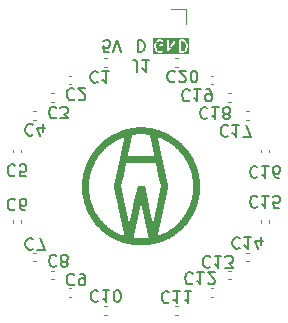
<source format=gbr>
%TF.GenerationSoftware,KiCad,Pcbnew,8.0.2-1*%
%TF.CreationDate,2025-02-12T12:56:39-08:00*%
%TF.ProjectId,Small_Pendant,536d616c-6c5f-4506-956e-64616e742e6b,rev?*%
%TF.SameCoordinates,Original*%
%TF.FileFunction,Legend,Bot*%
%TF.FilePolarity,Positive*%
%FSLAX46Y46*%
G04 Gerber Fmt 4.6, Leading zero omitted, Abs format (unit mm)*
G04 Created by KiCad (PCBNEW 8.0.2-1) date 2025-02-12 12:56:39*
%MOMM*%
%LPD*%
G01*
G04 APERTURE LIST*
%ADD10C,0.150000*%
%ADD11C,0.000000*%
%ADD12C,0.120000*%
G04 APERTURE END LIST*
D10*
X47309523Y-38630180D02*
X46833333Y-38630180D01*
X46833333Y-38630180D02*
X46785714Y-38153990D01*
X46785714Y-38153990D02*
X46833333Y-38201609D01*
X46833333Y-38201609D02*
X46928571Y-38249228D01*
X46928571Y-38249228D02*
X47166666Y-38249228D01*
X47166666Y-38249228D02*
X47261904Y-38201609D01*
X47261904Y-38201609D02*
X47309523Y-38153990D01*
X47309523Y-38153990D02*
X47357142Y-38058752D01*
X47357142Y-38058752D02*
X47357142Y-37820657D01*
X47357142Y-37820657D02*
X47309523Y-37725419D01*
X47309523Y-37725419D02*
X47261904Y-37677800D01*
X47261904Y-37677800D02*
X47166666Y-37630180D01*
X47166666Y-37630180D02*
X46928571Y-37630180D01*
X46928571Y-37630180D02*
X46833333Y-37677800D01*
X46833333Y-37677800D02*
X46785714Y-37725419D01*
X47642857Y-38630180D02*
X47976190Y-37630180D01*
X47976190Y-37630180D02*
X48309523Y-38630180D01*
X49738095Y-37630180D02*
X49738095Y-38630180D01*
X49738095Y-38630180D02*
X49976190Y-38630180D01*
X49976190Y-38630180D02*
X50119047Y-38582561D01*
X50119047Y-38582561D02*
X50214285Y-38487323D01*
X50214285Y-38487323D02*
X50261904Y-38392085D01*
X50261904Y-38392085D02*
X50309523Y-38201609D01*
X50309523Y-38201609D02*
X50309523Y-38058752D01*
X50309523Y-38058752D02*
X50261904Y-37868276D01*
X50261904Y-37868276D02*
X50214285Y-37773038D01*
X50214285Y-37773038D02*
X50119047Y-37677800D01*
X50119047Y-37677800D02*
X49976190Y-37630180D01*
X49976190Y-37630180D02*
X49738095Y-37630180D01*
G36*
X53640853Y-37741651D02*
G01*
X53715062Y-37814442D01*
X53753753Y-37889577D01*
X53798371Y-38063007D01*
X53799513Y-38187779D01*
X53757487Y-38360902D01*
X53718762Y-38440712D01*
X53644485Y-38516436D01*
X53531406Y-38555228D01*
X53376799Y-38556110D01*
X53375590Y-37704759D01*
X53524256Y-37703912D01*
X53640853Y-37741651D01*
G37*
G36*
X54059444Y-38816291D02*
G01*
X51020556Y-38816291D01*
X51020556Y-38058752D01*
X51131667Y-38058752D01*
X51132934Y-38197331D01*
X51131756Y-38205255D01*
X51133090Y-38214279D01*
X51133108Y-38216241D01*
X51133530Y-38217262D01*
X51133906Y-38219799D01*
X51181423Y-38404497D01*
X51181949Y-38411894D01*
X51186151Y-38422876D01*
X51186472Y-38424121D01*
X51186794Y-38424556D01*
X51187204Y-38425626D01*
X51235896Y-38520182D01*
X51239545Y-38528991D01*
X51241927Y-38531893D01*
X51242655Y-38533307D01*
X51244153Y-38534606D01*
X51248872Y-38540356D01*
X51337041Y-38626840D01*
X51337893Y-38628544D01*
X51345536Y-38635173D01*
X51355475Y-38644922D01*
X51357965Y-38645953D01*
X51360000Y-38647718D01*
X51373426Y-38653712D01*
X51516007Y-38699861D01*
X51525368Y-38703739D01*
X51529131Y-38704109D01*
X51530619Y-38704591D01*
X51532593Y-38704450D01*
X51540000Y-38705180D01*
X51671629Y-38703975D01*
X51673476Y-38704591D01*
X51683690Y-38703865D01*
X51697489Y-38703739D01*
X51699978Y-38702707D01*
X51702666Y-38702517D01*
X51716398Y-38697262D01*
X51824079Y-38641811D01*
X51843252Y-38619703D01*
X51852506Y-38591942D01*
X51850432Y-38562752D01*
X51837344Y-38536577D01*
X51815237Y-38517404D01*
X51787475Y-38508150D01*
X51758285Y-38510224D01*
X51744554Y-38515479D01*
X51667179Y-38555323D01*
X51555427Y-38556345D01*
X51439146Y-38518709D01*
X51364938Y-38445919D01*
X51326246Y-38370783D01*
X51281628Y-38197353D01*
X51280486Y-38072581D01*
X51322512Y-37899458D01*
X51361237Y-37819648D01*
X51435515Y-37743923D01*
X51548787Y-37705064D01*
X51620163Y-37704128D01*
X51736357Y-37741737D01*
X51750839Y-37755719D01*
X51751785Y-37984271D01*
X51620606Y-37985193D01*
X51593570Y-37996392D01*
X51572878Y-38017084D01*
X51561679Y-38044120D01*
X51561679Y-38073384D01*
X51572878Y-38100420D01*
X51593570Y-38121112D01*
X51620606Y-38132311D01*
X51635238Y-38133752D01*
X51840346Y-38132311D01*
X51867382Y-38121112D01*
X51888074Y-38100420D01*
X51899273Y-38073384D01*
X51900714Y-38058752D01*
X51899273Y-37710787D01*
X51888074Y-37683751D01*
X51878747Y-37672386D01*
X51837922Y-37632972D01*
X51837345Y-37631817D01*
X51835458Y-37630180D01*
X52179286Y-37630180D01*
X52180699Y-38625735D01*
X52179469Y-38635419D01*
X52180720Y-38640006D01*
X52180727Y-38644812D01*
X52184544Y-38654027D01*
X52187169Y-38663651D01*
X52190096Y-38667431D01*
X52191926Y-38671848D01*
X52198976Y-38678898D01*
X52205086Y-38686788D01*
X52209239Y-38689161D01*
X52212618Y-38692540D01*
X52221830Y-38696356D01*
X52230495Y-38701307D01*
X52235238Y-38701909D01*
X52239654Y-38703739D01*
X52249628Y-38703739D01*
X52259525Y-38704997D01*
X52264137Y-38703739D01*
X52268918Y-38703739D01*
X52278133Y-38699921D01*
X52287757Y-38697297D01*
X52291537Y-38694369D01*
X52295954Y-38692540D01*
X52303004Y-38685489D01*
X52310894Y-38679380D01*
X52315246Y-38673247D01*
X52316646Y-38671848D01*
X52317215Y-38670473D01*
X52319404Y-38667390D01*
X52751111Y-37909731D01*
X52752155Y-38644812D01*
X52763354Y-38671848D01*
X52784046Y-38692540D01*
X52811082Y-38703739D01*
X52840346Y-38703739D01*
X52867382Y-38692540D01*
X52888074Y-38671848D01*
X52899273Y-38644812D01*
X52900714Y-38630180D01*
X52899300Y-37634624D01*
X52899865Y-37630180D01*
X53226905Y-37630180D01*
X53228346Y-38644812D01*
X53239545Y-38671848D01*
X53260237Y-38692540D01*
X53287273Y-38703739D01*
X53301905Y-38705180D01*
X53538674Y-38703829D01*
X53549380Y-38704591D01*
X53553088Y-38703747D01*
X53554632Y-38703739D01*
X53556463Y-38702980D01*
X53563717Y-38701331D01*
X53695507Y-38656120D01*
X53697488Y-38656120D01*
X53707037Y-38652164D01*
X53719999Y-38647718D01*
X53722034Y-38645952D01*
X53724525Y-38644921D01*
X53735890Y-38635594D01*
X53829827Y-38539826D01*
X53837345Y-38533307D01*
X53839355Y-38530113D01*
X53840456Y-38528991D01*
X53841214Y-38527158D01*
X53845177Y-38520864D01*
X53889445Y-38429631D01*
X53893528Y-38424121D01*
X53897463Y-38413105D01*
X53898051Y-38411895D01*
X53898089Y-38411354D01*
X53898475Y-38410275D01*
X53943715Y-38223909D01*
X53946892Y-38216241D01*
X53947789Y-38207126D01*
X53948244Y-38205255D01*
X53948081Y-38204162D01*
X53948333Y-38201609D01*
X53947065Y-38063029D01*
X53948244Y-38055106D01*
X53946909Y-38046081D01*
X53946892Y-38044120D01*
X53946469Y-38043098D01*
X53946094Y-38040562D01*
X53898576Y-37855863D01*
X53898051Y-37848466D01*
X53893847Y-37837483D01*
X53893528Y-37836240D01*
X53893205Y-37835804D01*
X53892796Y-37834735D01*
X53844107Y-37740185D01*
X53840456Y-37731370D01*
X53838071Y-37728464D01*
X53837345Y-37727054D01*
X53835848Y-37725755D01*
X53831128Y-37720005D01*
X53742959Y-37633522D01*
X53742107Y-37631817D01*
X53734455Y-37625180D01*
X53724525Y-37615440D01*
X53722036Y-37614409D01*
X53720000Y-37612643D01*
X53706575Y-37606649D01*
X53563992Y-37560498D01*
X53554632Y-37556621D01*
X53550868Y-37556250D01*
X53549381Y-37555769D01*
X53547405Y-37555909D01*
X53540000Y-37555180D01*
X53287273Y-37556621D01*
X53260237Y-37567820D01*
X53239545Y-37588512D01*
X53228346Y-37615548D01*
X53226905Y-37630180D01*
X52899865Y-37630180D01*
X52900531Y-37624941D01*
X52899279Y-37620353D01*
X52899273Y-37615548D01*
X52895455Y-37606332D01*
X52892831Y-37596709D01*
X52889903Y-37592928D01*
X52888074Y-37588512D01*
X52881023Y-37581461D01*
X52874914Y-37573572D01*
X52870760Y-37571198D01*
X52867382Y-37567820D01*
X52858169Y-37564003D01*
X52849505Y-37559053D01*
X52844761Y-37558450D01*
X52840346Y-37556621D01*
X52830372Y-37556621D01*
X52820475Y-37555363D01*
X52815863Y-37556621D01*
X52811082Y-37556621D01*
X52801865Y-37560438D01*
X52792244Y-37563063D01*
X52788464Y-37565989D01*
X52784046Y-37567820D01*
X52776994Y-37574871D01*
X52769106Y-37580980D01*
X52764751Y-37587114D01*
X52763354Y-37588512D01*
X52762785Y-37589884D01*
X52760596Y-37592969D01*
X52328888Y-38350628D01*
X52327845Y-37615548D01*
X52316646Y-37588512D01*
X52295954Y-37567820D01*
X52268918Y-37556621D01*
X52239654Y-37556621D01*
X52212618Y-37567820D01*
X52191926Y-37588512D01*
X52180727Y-37615548D01*
X52179286Y-37630180D01*
X51835458Y-37630180D01*
X51831255Y-37626535D01*
X51819763Y-37615440D01*
X51817274Y-37614409D01*
X51815238Y-37612643D01*
X51801813Y-37606649D01*
X51659230Y-37560498D01*
X51649870Y-37556621D01*
X51646106Y-37556250D01*
X51644619Y-37555769D01*
X51642643Y-37555909D01*
X51635238Y-37555180D01*
X51539923Y-37556430D01*
X51530619Y-37555769D01*
X51526964Y-37556600D01*
X51525368Y-37556621D01*
X51523537Y-37557379D01*
X51516283Y-37559029D01*
X51384492Y-37604241D01*
X51382512Y-37604241D01*
X51372962Y-37608196D01*
X51360000Y-37612643D01*
X51357965Y-37614407D01*
X51355475Y-37615439D01*
X51344110Y-37624767D01*
X51250178Y-37720529D01*
X51242655Y-37727054D01*
X51240642Y-37730250D01*
X51239545Y-37731370D01*
X51238787Y-37733197D01*
X51234823Y-37739497D01*
X51190556Y-37830728D01*
X51186472Y-37836240D01*
X51182534Y-37847259D01*
X51181949Y-37848467D01*
X51181910Y-37849006D01*
X51181525Y-37850086D01*
X51136284Y-38036451D01*
X51133108Y-38044120D01*
X51132210Y-38053234D01*
X51131756Y-38055106D01*
X51131918Y-38056198D01*
X51131667Y-38058752D01*
X51020556Y-38058752D01*
X51020556Y-37444069D01*
X54059444Y-37444069D01*
X54059444Y-38816291D01*
G37*
X55607142Y-43390419D02*
X55559523Y-43342800D01*
X55559523Y-43342800D02*
X55416666Y-43295180D01*
X55416666Y-43295180D02*
X55321428Y-43295180D01*
X55321428Y-43295180D02*
X55178571Y-43342800D01*
X55178571Y-43342800D02*
X55083333Y-43438038D01*
X55083333Y-43438038D02*
X55035714Y-43533276D01*
X55035714Y-43533276D02*
X54988095Y-43723752D01*
X54988095Y-43723752D02*
X54988095Y-43866609D01*
X54988095Y-43866609D02*
X55035714Y-44057085D01*
X55035714Y-44057085D02*
X55083333Y-44152323D01*
X55083333Y-44152323D02*
X55178571Y-44247561D01*
X55178571Y-44247561D02*
X55321428Y-44295180D01*
X55321428Y-44295180D02*
X55416666Y-44295180D01*
X55416666Y-44295180D02*
X55559523Y-44247561D01*
X55559523Y-44247561D02*
X55607142Y-44199942D01*
X56559523Y-43295180D02*
X55988095Y-43295180D01*
X56273809Y-43295180D02*
X56273809Y-44295180D01*
X56273809Y-44295180D02*
X56178571Y-44152323D01*
X56178571Y-44152323D02*
X56083333Y-44057085D01*
X56083333Y-44057085D02*
X55988095Y-44009466D01*
X57130952Y-43866609D02*
X57035714Y-43914228D01*
X57035714Y-43914228D02*
X56988095Y-43961847D01*
X56988095Y-43961847D02*
X56940476Y-44057085D01*
X56940476Y-44057085D02*
X56940476Y-44104704D01*
X56940476Y-44104704D02*
X56988095Y-44199942D01*
X56988095Y-44199942D02*
X57035714Y-44247561D01*
X57035714Y-44247561D02*
X57130952Y-44295180D01*
X57130952Y-44295180D02*
X57321428Y-44295180D01*
X57321428Y-44295180D02*
X57416666Y-44247561D01*
X57416666Y-44247561D02*
X57464285Y-44199942D01*
X57464285Y-44199942D02*
X57511904Y-44104704D01*
X57511904Y-44104704D02*
X57511904Y-44057085D01*
X57511904Y-44057085D02*
X57464285Y-43961847D01*
X57464285Y-43961847D02*
X57416666Y-43914228D01*
X57416666Y-43914228D02*
X57321428Y-43866609D01*
X57321428Y-43866609D02*
X57130952Y-43866609D01*
X57130952Y-43866609D02*
X57035714Y-43818990D01*
X57035714Y-43818990D02*
X56988095Y-43771371D01*
X56988095Y-43771371D02*
X56940476Y-43676133D01*
X56940476Y-43676133D02*
X56940476Y-43485657D01*
X56940476Y-43485657D02*
X56988095Y-43390419D01*
X56988095Y-43390419D02*
X57035714Y-43342800D01*
X57035714Y-43342800D02*
X57130952Y-43295180D01*
X57130952Y-43295180D02*
X57321428Y-43295180D01*
X57321428Y-43295180D02*
X57416666Y-43342800D01*
X57416666Y-43342800D02*
X57464285Y-43390419D01*
X57464285Y-43390419D02*
X57511904Y-43485657D01*
X57511904Y-43485657D02*
X57511904Y-43676133D01*
X57511904Y-43676133D02*
X57464285Y-43771371D01*
X57464285Y-43771371D02*
X57416666Y-43818990D01*
X57416666Y-43818990D02*
X57321428Y-43866609D01*
X57357142Y-44890419D02*
X57309523Y-44842800D01*
X57309523Y-44842800D02*
X57166666Y-44795180D01*
X57166666Y-44795180D02*
X57071428Y-44795180D01*
X57071428Y-44795180D02*
X56928571Y-44842800D01*
X56928571Y-44842800D02*
X56833333Y-44938038D01*
X56833333Y-44938038D02*
X56785714Y-45033276D01*
X56785714Y-45033276D02*
X56738095Y-45223752D01*
X56738095Y-45223752D02*
X56738095Y-45366609D01*
X56738095Y-45366609D02*
X56785714Y-45557085D01*
X56785714Y-45557085D02*
X56833333Y-45652323D01*
X56833333Y-45652323D02*
X56928571Y-45747561D01*
X56928571Y-45747561D02*
X57071428Y-45795180D01*
X57071428Y-45795180D02*
X57166666Y-45795180D01*
X57166666Y-45795180D02*
X57309523Y-45747561D01*
X57309523Y-45747561D02*
X57357142Y-45699942D01*
X58309523Y-44795180D02*
X57738095Y-44795180D01*
X58023809Y-44795180D02*
X58023809Y-45795180D01*
X58023809Y-45795180D02*
X57928571Y-45652323D01*
X57928571Y-45652323D02*
X57833333Y-45557085D01*
X57833333Y-45557085D02*
X57738095Y-45509466D01*
X58642857Y-45795180D02*
X59309523Y-45795180D01*
X59309523Y-45795180D02*
X58880952Y-44795180D01*
X40833333Y-44800419D02*
X40785714Y-44752800D01*
X40785714Y-44752800D02*
X40642857Y-44705180D01*
X40642857Y-44705180D02*
X40547619Y-44705180D01*
X40547619Y-44705180D02*
X40404762Y-44752800D01*
X40404762Y-44752800D02*
X40309524Y-44848038D01*
X40309524Y-44848038D02*
X40261905Y-44943276D01*
X40261905Y-44943276D02*
X40214286Y-45133752D01*
X40214286Y-45133752D02*
X40214286Y-45276609D01*
X40214286Y-45276609D02*
X40261905Y-45467085D01*
X40261905Y-45467085D02*
X40309524Y-45562323D01*
X40309524Y-45562323D02*
X40404762Y-45657561D01*
X40404762Y-45657561D02*
X40547619Y-45705180D01*
X40547619Y-45705180D02*
X40642857Y-45705180D01*
X40642857Y-45705180D02*
X40785714Y-45657561D01*
X40785714Y-45657561D02*
X40833333Y-45609942D01*
X41690476Y-45371847D02*
X41690476Y-44705180D01*
X41452381Y-45752800D02*
X41214286Y-45038514D01*
X41214286Y-45038514D02*
X41833333Y-45038514D01*
X46333333Y-40340419D02*
X46285714Y-40292800D01*
X46285714Y-40292800D02*
X46142857Y-40245180D01*
X46142857Y-40245180D02*
X46047619Y-40245180D01*
X46047619Y-40245180D02*
X45904762Y-40292800D01*
X45904762Y-40292800D02*
X45809524Y-40388038D01*
X45809524Y-40388038D02*
X45761905Y-40483276D01*
X45761905Y-40483276D02*
X45714286Y-40673752D01*
X45714286Y-40673752D02*
X45714286Y-40816609D01*
X45714286Y-40816609D02*
X45761905Y-41007085D01*
X45761905Y-41007085D02*
X45809524Y-41102323D01*
X45809524Y-41102323D02*
X45904762Y-41197561D01*
X45904762Y-41197561D02*
X46047619Y-41245180D01*
X46047619Y-41245180D02*
X46142857Y-41245180D01*
X46142857Y-41245180D02*
X46285714Y-41197561D01*
X46285714Y-41197561D02*
X46333333Y-41149942D01*
X47285714Y-40245180D02*
X46714286Y-40245180D01*
X47000000Y-40245180D02*
X47000000Y-41245180D01*
X47000000Y-41245180D02*
X46904762Y-41102323D01*
X46904762Y-41102323D02*
X46809524Y-41007085D01*
X46809524Y-41007085D02*
X46714286Y-40959466D01*
X39333333Y-48240419D02*
X39285714Y-48192800D01*
X39285714Y-48192800D02*
X39142857Y-48145180D01*
X39142857Y-48145180D02*
X39047619Y-48145180D01*
X39047619Y-48145180D02*
X38904762Y-48192800D01*
X38904762Y-48192800D02*
X38809524Y-48288038D01*
X38809524Y-48288038D02*
X38761905Y-48383276D01*
X38761905Y-48383276D02*
X38714286Y-48573752D01*
X38714286Y-48573752D02*
X38714286Y-48716609D01*
X38714286Y-48716609D02*
X38761905Y-48907085D01*
X38761905Y-48907085D02*
X38809524Y-49002323D01*
X38809524Y-49002323D02*
X38904762Y-49097561D01*
X38904762Y-49097561D02*
X39047619Y-49145180D01*
X39047619Y-49145180D02*
X39142857Y-49145180D01*
X39142857Y-49145180D02*
X39285714Y-49097561D01*
X39285714Y-49097561D02*
X39333333Y-49049942D01*
X40238095Y-49145180D02*
X39761905Y-49145180D01*
X39761905Y-49145180D02*
X39714286Y-48668990D01*
X39714286Y-48668990D02*
X39761905Y-48716609D01*
X39761905Y-48716609D02*
X39857143Y-48764228D01*
X39857143Y-48764228D02*
X40095238Y-48764228D01*
X40095238Y-48764228D02*
X40190476Y-48716609D01*
X40190476Y-48716609D02*
X40238095Y-48668990D01*
X40238095Y-48668990D02*
X40285714Y-48573752D01*
X40285714Y-48573752D02*
X40285714Y-48335657D01*
X40285714Y-48335657D02*
X40238095Y-48240419D01*
X40238095Y-48240419D02*
X40190476Y-48192800D01*
X40190476Y-48192800D02*
X40095238Y-48145180D01*
X40095238Y-48145180D02*
X39857143Y-48145180D01*
X39857143Y-48145180D02*
X39761905Y-48192800D01*
X39761905Y-48192800D02*
X39714286Y-48240419D01*
X42833333Y-43340419D02*
X42785714Y-43292800D01*
X42785714Y-43292800D02*
X42642857Y-43245180D01*
X42642857Y-43245180D02*
X42547619Y-43245180D01*
X42547619Y-43245180D02*
X42404762Y-43292800D01*
X42404762Y-43292800D02*
X42309524Y-43388038D01*
X42309524Y-43388038D02*
X42261905Y-43483276D01*
X42261905Y-43483276D02*
X42214286Y-43673752D01*
X42214286Y-43673752D02*
X42214286Y-43816609D01*
X42214286Y-43816609D02*
X42261905Y-44007085D01*
X42261905Y-44007085D02*
X42309524Y-44102323D01*
X42309524Y-44102323D02*
X42404762Y-44197561D01*
X42404762Y-44197561D02*
X42547619Y-44245180D01*
X42547619Y-44245180D02*
X42642857Y-44245180D01*
X42642857Y-44245180D02*
X42785714Y-44197561D01*
X42785714Y-44197561D02*
X42833333Y-44149942D01*
X43166667Y-44245180D02*
X43785714Y-44245180D01*
X43785714Y-44245180D02*
X43452381Y-43864228D01*
X43452381Y-43864228D02*
X43595238Y-43864228D01*
X43595238Y-43864228D02*
X43690476Y-43816609D01*
X43690476Y-43816609D02*
X43738095Y-43768990D01*
X43738095Y-43768990D02*
X43785714Y-43673752D01*
X43785714Y-43673752D02*
X43785714Y-43435657D01*
X43785714Y-43435657D02*
X43738095Y-43340419D01*
X43738095Y-43340419D02*
X43690476Y-43292800D01*
X43690476Y-43292800D02*
X43595238Y-43245180D01*
X43595238Y-43245180D02*
X43309524Y-43245180D01*
X43309524Y-43245180D02*
X43214286Y-43292800D01*
X43214286Y-43292800D02*
X43166667Y-43340419D01*
X42833333Y-55890419D02*
X42785714Y-55842800D01*
X42785714Y-55842800D02*
X42642857Y-55795180D01*
X42642857Y-55795180D02*
X42547619Y-55795180D01*
X42547619Y-55795180D02*
X42404762Y-55842800D01*
X42404762Y-55842800D02*
X42309524Y-55938038D01*
X42309524Y-55938038D02*
X42261905Y-56033276D01*
X42261905Y-56033276D02*
X42214286Y-56223752D01*
X42214286Y-56223752D02*
X42214286Y-56366609D01*
X42214286Y-56366609D02*
X42261905Y-56557085D01*
X42261905Y-56557085D02*
X42309524Y-56652323D01*
X42309524Y-56652323D02*
X42404762Y-56747561D01*
X42404762Y-56747561D02*
X42547619Y-56795180D01*
X42547619Y-56795180D02*
X42642857Y-56795180D01*
X42642857Y-56795180D02*
X42785714Y-56747561D01*
X42785714Y-56747561D02*
X42833333Y-56699942D01*
X43404762Y-56366609D02*
X43309524Y-56414228D01*
X43309524Y-56414228D02*
X43261905Y-56461847D01*
X43261905Y-56461847D02*
X43214286Y-56557085D01*
X43214286Y-56557085D02*
X43214286Y-56604704D01*
X43214286Y-56604704D02*
X43261905Y-56699942D01*
X43261905Y-56699942D02*
X43309524Y-56747561D01*
X43309524Y-56747561D02*
X43404762Y-56795180D01*
X43404762Y-56795180D02*
X43595238Y-56795180D01*
X43595238Y-56795180D02*
X43690476Y-56747561D01*
X43690476Y-56747561D02*
X43738095Y-56699942D01*
X43738095Y-56699942D02*
X43785714Y-56604704D01*
X43785714Y-56604704D02*
X43785714Y-56557085D01*
X43785714Y-56557085D02*
X43738095Y-56461847D01*
X43738095Y-56461847D02*
X43690476Y-56414228D01*
X43690476Y-56414228D02*
X43595238Y-56366609D01*
X43595238Y-56366609D02*
X43404762Y-56366609D01*
X43404762Y-56366609D02*
X43309524Y-56318990D01*
X43309524Y-56318990D02*
X43261905Y-56271371D01*
X43261905Y-56271371D02*
X43214286Y-56176133D01*
X43214286Y-56176133D02*
X43214286Y-55985657D01*
X43214286Y-55985657D02*
X43261905Y-55890419D01*
X43261905Y-55890419D02*
X43309524Y-55842800D01*
X43309524Y-55842800D02*
X43404762Y-55795180D01*
X43404762Y-55795180D02*
X43595238Y-55795180D01*
X43595238Y-55795180D02*
X43690476Y-55842800D01*
X43690476Y-55842800D02*
X43738095Y-55890419D01*
X43738095Y-55890419D02*
X43785714Y-55985657D01*
X43785714Y-55985657D02*
X43785714Y-56176133D01*
X43785714Y-56176133D02*
X43738095Y-56271371D01*
X43738095Y-56271371D02*
X43690476Y-56318990D01*
X43690476Y-56318990D02*
X43595238Y-56366609D01*
X58357142Y-54390419D02*
X58309523Y-54342800D01*
X58309523Y-54342800D02*
X58166666Y-54295180D01*
X58166666Y-54295180D02*
X58071428Y-54295180D01*
X58071428Y-54295180D02*
X57928571Y-54342800D01*
X57928571Y-54342800D02*
X57833333Y-54438038D01*
X57833333Y-54438038D02*
X57785714Y-54533276D01*
X57785714Y-54533276D02*
X57738095Y-54723752D01*
X57738095Y-54723752D02*
X57738095Y-54866609D01*
X57738095Y-54866609D02*
X57785714Y-55057085D01*
X57785714Y-55057085D02*
X57833333Y-55152323D01*
X57833333Y-55152323D02*
X57928571Y-55247561D01*
X57928571Y-55247561D02*
X58071428Y-55295180D01*
X58071428Y-55295180D02*
X58166666Y-55295180D01*
X58166666Y-55295180D02*
X58309523Y-55247561D01*
X58309523Y-55247561D02*
X58357142Y-55199942D01*
X59309523Y-54295180D02*
X58738095Y-54295180D01*
X59023809Y-54295180D02*
X59023809Y-55295180D01*
X59023809Y-55295180D02*
X58928571Y-55152323D01*
X58928571Y-55152323D02*
X58833333Y-55057085D01*
X58833333Y-55057085D02*
X58738095Y-55009466D01*
X60166666Y-54961847D02*
X60166666Y-54295180D01*
X59928571Y-55342800D02*
X59690476Y-54628514D01*
X59690476Y-54628514D02*
X60309523Y-54628514D01*
X54357142Y-57390419D02*
X54309523Y-57342800D01*
X54309523Y-57342800D02*
X54166666Y-57295180D01*
X54166666Y-57295180D02*
X54071428Y-57295180D01*
X54071428Y-57295180D02*
X53928571Y-57342800D01*
X53928571Y-57342800D02*
X53833333Y-57438038D01*
X53833333Y-57438038D02*
X53785714Y-57533276D01*
X53785714Y-57533276D02*
X53738095Y-57723752D01*
X53738095Y-57723752D02*
X53738095Y-57866609D01*
X53738095Y-57866609D02*
X53785714Y-58057085D01*
X53785714Y-58057085D02*
X53833333Y-58152323D01*
X53833333Y-58152323D02*
X53928571Y-58247561D01*
X53928571Y-58247561D02*
X54071428Y-58295180D01*
X54071428Y-58295180D02*
X54166666Y-58295180D01*
X54166666Y-58295180D02*
X54309523Y-58247561D01*
X54309523Y-58247561D02*
X54357142Y-58199942D01*
X55309523Y-57295180D02*
X54738095Y-57295180D01*
X55023809Y-57295180D02*
X55023809Y-58295180D01*
X55023809Y-58295180D02*
X54928571Y-58152323D01*
X54928571Y-58152323D02*
X54833333Y-58057085D01*
X54833333Y-58057085D02*
X54738095Y-58009466D01*
X55690476Y-58199942D02*
X55738095Y-58247561D01*
X55738095Y-58247561D02*
X55833333Y-58295180D01*
X55833333Y-58295180D02*
X56071428Y-58295180D01*
X56071428Y-58295180D02*
X56166666Y-58247561D01*
X56166666Y-58247561D02*
X56214285Y-58199942D01*
X56214285Y-58199942D02*
X56261904Y-58104704D01*
X56261904Y-58104704D02*
X56261904Y-58009466D01*
X56261904Y-58009466D02*
X56214285Y-57866609D01*
X56214285Y-57866609D02*
X55642857Y-57295180D01*
X55642857Y-57295180D02*
X56261904Y-57295180D01*
X52357142Y-58980419D02*
X52309523Y-58932800D01*
X52309523Y-58932800D02*
X52166666Y-58885180D01*
X52166666Y-58885180D02*
X52071428Y-58885180D01*
X52071428Y-58885180D02*
X51928571Y-58932800D01*
X51928571Y-58932800D02*
X51833333Y-59028038D01*
X51833333Y-59028038D02*
X51785714Y-59123276D01*
X51785714Y-59123276D02*
X51738095Y-59313752D01*
X51738095Y-59313752D02*
X51738095Y-59456609D01*
X51738095Y-59456609D02*
X51785714Y-59647085D01*
X51785714Y-59647085D02*
X51833333Y-59742323D01*
X51833333Y-59742323D02*
X51928571Y-59837561D01*
X51928571Y-59837561D02*
X52071428Y-59885180D01*
X52071428Y-59885180D02*
X52166666Y-59885180D01*
X52166666Y-59885180D02*
X52309523Y-59837561D01*
X52309523Y-59837561D02*
X52357142Y-59789942D01*
X53309523Y-58885180D02*
X52738095Y-58885180D01*
X53023809Y-58885180D02*
X53023809Y-59885180D01*
X53023809Y-59885180D02*
X52928571Y-59742323D01*
X52928571Y-59742323D02*
X52833333Y-59647085D01*
X52833333Y-59647085D02*
X52738095Y-59599466D01*
X54261904Y-58885180D02*
X53690476Y-58885180D01*
X53976190Y-58885180D02*
X53976190Y-59885180D01*
X53976190Y-59885180D02*
X53880952Y-59742323D01*
X53880952Y-59742323D02*
X53785714Y-59647085D01*
X53785714Y-59647085D02*
X53690476Y-59599466D01*
X59857142Y-48390419D02*
X59809523Y-48342800D01*
X59809523Y-48342800D02*
X59666666Y-48295180D01*
X59666666Y-48295180D02*
X59571428Y-48295180D01*
X59571428Y-48295180D02*
X59428571Y-48342800D01*
X59428571Y-48342800D02*
X59333333Y-48438038D01*
X59333333Y-48438038D02*
X59285714Y-48533276D01*
X59285714Y-48533276D02*
X59238095Y-48723752D01*
X59238095Y-48723752D02*
X59238095Y-48866609D01*
X59238095Y-48866609D02*
X59285714Y-49057085D01*
X59285714Y-49057085D02*
X59333333Y-49152323D01*
X59333333Y-49152323D02*
X59428571Y-49247561D01*
X59428571Y-49247561D02*
X59571428Y-49295180D01*
X59571428Y-49295180D02*
X59666666Y-49295180D01*
X59666666Y-49295180D02*
X59809523Y-49247561D01*
X59809523Y-49247561D02*
X59857142Y-49199942D01*
X60809523Y-48295180D02*
X60238095Y-48295180D01*
X60523809Y-48295180D02*
X60523809Y-49295180D01*
X60523809Y-49295180D02*
X60428571Y-49152323D01*
X60428571Y-49152323D02*
X60333333Y-49057085D01*
X60333333Y-49057085D02*
X60238095Y-49009466D01*
X61666666Y-49295180D02*
X61476190Y-49295180D01*
X61476190Y-49295180D02*
X61380952Y-49247561D01*
X61380952Y-49247561D02*
X61333333Y-49199942D01*
X61333333Y-49199942D02*
X61238095Y-49057085D01*
X61238095Y-49057085D02*
X61190476Y-48866609D01*
X61190476Y-48866609D02*
X61190476Y-48485657D01*
X61190476Y-48485657D02*
X61238095Y-48390419D01*
X61238095Y-48390419D02*
X61285714Y-48342800D01*
X61285714Y-48342800D02*
X61380952Y-48295180D01*
X61380952Y-48295180D02*
X61571428Y-48295180D01*
X61571428Y-48295180D02*
X61666666Y-48342800D01*
X61666666Y-48342800D02*
X61714285Y-48390419D01*
X61714285Y-48390419D02*
X61761904Y-48485657D01*
X61761904Y-48485657D02*
X61761904Y-48723752D01*
X61761904Y-48723752D02*
X61714285Y-48818990D01*
X61714285Y-48818990D02*
X61666666Y-48866609D01*
X61666666Y-48866609D02*
X61571428Y-48914228D01*
X61571428Y-48914228D02*
X61380952Y-48914228D01*
X61380952Y-48914228D02*
X61285714Y-48866609D01*
X61285714Y-48866609D02*
X61238095Y-48818990D01*
X61238095Y-48818990D02*
X61190476Y-48723752D01*
X52857142Y-40300419D02*
X52809523Y-40252800D01*
X52809523Y-40252800D02*
X52666666Y-40205180D01*
X52666666Y-40205180D02*
X52571428Y-40205180D01*
X52571428Y-40205180D02*
X52428571Y-40252800D01*
X52428571Y-40252800D02*
X52333333Y-40348038D01*
X52333333Y-40348038D02*
X52285714Y-40443276D01*
X52285714Y-40443276D02*
X52238095Y-40633752D01*
X52238095Y-40633752D02*
X52238095Y-40776609D01*
X52238095Y-40776609D02*
X52285714Y-40967085D01*
X52285714Y-40967085D02*
X52333333Y-41062323D01*
X52333333Y-41062323D02*
X52428571Y-41157561D01*
X52428571Y-41157561D02*
X52571428Y-41205180D01*
X52571428Y-41205180D02*
X52666666Y-41205180D01*
X52666666Y-41205180D02*
X52809523Y-41157561D01*
X52809523Y-41157561D02*
X52857142Y-41109942D01*
X53238095Y-41109942D02*
X53285714Y-41157561D01*
X53285714Y-41157561D02*
X53380952Y-41205180D01*
X53380952Y-41205180D02*
X53619047Y-41205180D01*
X53619047Y-41205180D02*
X53714285Y-41157561D01*
X53714285Y-41157561D02*
X53761904Y-41109942D01*
X53761904Y-41109942D02*
X53809523Y-41014704D01*
X53809523Y-41014704D02*
X53809523Y-40919466D01*
X53809523Y-40919466D02*
X53761904Y-40776609D01*
X53761904Y-40776609D02*
X53190476Y-40205180D01*
X53190476Y-40205180D02*
X53809523Y-40205180D01*
X54428571Y-41205180D02*
X54523809Y-41205180D01*
X54523809Y-41205180D02*
X54619047Y-41157561D01*
X54619047Y-41157561D02*
X54666666Y-41109942D01*
X54666666Y-41109942D02*
X54714285Y-41014704D01*
X54714285Y-41014704D02*
X54761904Y-40824228D01*
X54761904Y-40824228D02*
X54761904Y-40586133D01*
X54761904Y-40586133D02*
X54714285Y-40395657D01*
X54714285Y-40395657D02*
X54666666Y-40300419D01*
X54666666Y-40300419D02*
X54619047Y-40252800D01*
X54619047Y-40252800D02*
X54523809Y-40205180D01*
X54523809Y-40205180D02*
X54428571Y-40205180D01*
X54428571Y-40205180D02*
X54333333Y-40252800D01*
X54333333Y-40252800D02*
X54285714Y-40300419D01*
X54285714Y-40300419D02*
X54238095Y-40395657D01*
X54238095Y-40395657D02*
X54190476Y-40586133D01*
X54190476Y-40586133D02*
X54190476Y-40824228D01*
X54190476Y-40824228D02*
X54238095Y-41014704D01*
X54238095Y-41014704D02*
X54285714Y-41109942D01*
X54285714Y-41109942D02*
X54333333Y-41157561D01*
X54333333Y-41157561D02*
X54428571Y-41205180D01*
X44333333Y-57480419D02*
X44285714Y-57432800D01*
X44285714Y-57432800D02*
X44142857Y-57385180D01*
X44142857Y-57385180D02*
X44047619Y-57385180D01*
X44047619Y-57385180D02*
X43904762Y-57432800D01*
X43904762Y-57432800D02*
X43809524Y-57528038D01*
X43809524Y-57528038D02*
X43761905Y-57623276D01*
X43761905Y-57623276D02*
X43714286Y-57813752D01*
X43714286Y-57813752D02*
X43714286Y-57956609D01*
X43714286Y-57956609D02*
X43761905Y-58147085D01*
X43761905Y-58147085D02*
X43809524Y-58242323D01*
X43809524Y-58242323D02*
X43904762Y-58337561D01*
X43904762Y-58337561D02*
X44047619Y-58385180D01*
X44047619Y-58385180D02*
X44142857Y-58385180D01*
X44142857Y-58385180D02*
X44285714Y-58337561D01*
X44285714Y-58337561D02*
X44333333Y-58289942D01*
X44809524Y-57385180D02*
X45000000Y-57385180D01*
X45000000Y-57385180D02*
X45095238Y-57432800D01*
X45095238Y-57432800D02*
X45142857Y-57480419D01*
X45142857Y-57480419D02*
X45238095Y-57623276D01*
X45238095Y-57623276D02*
X45285714Y-57813752D01*
X45285714Y-57813752D02*
X45285714Y-58194704D01*
X45285714Y-58194704D02*
X45238095Y-58289942D01*
X45238095Y-58289942D02*
X45190476Y-58337561D01*
X45190476Y-58337561D02*
X45095238Y-58385180D01*
X45095238Y-58385180D02*
X44904762Y-58385180D01*
X44904762Y-58385180D02*
X44809524Y-58337561D01*
X44809524Y-58337561D02*
X44761905Y-58289942D01*
X44761905Y-58289942D02*
X44714286Y-58194704D01*
X44714286Y-58194704D02*
X44714286Y-57956609D01*
X44714286Y-57956609D02*
X44761905Y-57861371D01*
X44761905Y-57861371D02*
X44809524Y-57813752D01*
X44809524Y-57813752D02*
X44904762Y-57766133D01*
X44904762Y-57766133D02*
X45095238Y-57766133D01*
X45095238Y-57766133D02*
X45190476Y-57813752D01*
X45190476Y-57813752D02*
X45238095Y-57861371D01*
X45238095Y-57861371D02*
X45285714Y-57956609D01*
X44333333Y-41800419D02*
X44285714Y-41752800D01*
X44285714Y-41752800D02*
X44142857Y-41705180D01*
X44142857Y-41705180D02*
X44047619Y-41705180D01*
X44047619Y-41705180D02*
X43904762Y-41752800D01*
X43904762Y-41752800D02*
X43809524Y-41848038D01*
X43809524Y-41848038D02*
X43761905Y-41943276D01*
X43761905Y-41943276D02*
X43714286Y-42133752D01*
X43714286Y-42133752D02*
X43714286Y-42276609D01*
X43714286Y-42276609D02*
X43761905Y-42467085D01*
X43761905Y-42467085D02*
X43809524Y-42562323D01*
X43809524Y-42562323D02*
X43904762Y-42657561D01*
X43904762Y-42657561D02*
X44047619Y-42705180D01*
X44047619Y-42705180D02*
X44142857Y-42705180D01*
X44142857Y-42705180D02*
X44285714Y-42657561D01*
X44285714Y-42657561D02*
X44333333Y-42609942D01*
X44714286Y-42609942D02*
X44761905Y-42657561D01*
X44761905Y-42657561D02*
X44857143Y-42705180D01*
X44857143Y-42705180D02*
X45095238Y-42705180D01*
X45095238Y-42705180D02*
X45190476Y-42657561D01*
X45190476Y-42657561D02*
X45238095Y-42609942D01*
X45238095Y-42609942D02*
X45285714Y-42514704D01*
X45285714Y-42514704D02*
X45285714Y-42419466D01*
X45285714Y-42419466D02*
X45238095Y-42276609D01*
X45238095Y-42276609D02*
X44666667Y-41705180D01*
X44666667Y-41705180D02*
X45285714Y-41705180D01*
X55857142Y-55980419D02*
X55809523Y-55932800D01*
X55809523Y-55932800D02*
X55666666Y-55885180D01*
X55666666Y-55885180D02*
X55571428Y-55885180D01*
X55571428Y-55885180D02*
X55428571Y-55932800D01*
X55428571Y-55932800D02*
X55333333Y-56028038D01*
X55333333Y-56028038D02*
X55285714Y-56123276D01*
X55285714Y-56123276D02*
X55238095Y-56313752D01*
X55238095Y-56313752D02*
X55238095Y-56456609D01*
X55238095Y-56456609D02*
X55285714Y-56647085D01*
X55285714Y-56647085D02*
X55333333Y-56742323D01*
X55333333Y-56742323D02*
X55428571Y-56837561D01*
X55428571Y-56837561D02*
X55571428Y-56885180D01*
X55571428Y-56885180D02*
X55666666Y-56885180D01*
X55666666Y-56885180D02*
X55809523Y-56837561D01*
X55809523Y-56837561D02*
X55857142Y-56789942D01*
X56809523Y-55885180D02*
X56238095Y-55885180D01*
X56523809Y-55885180D02*
X56523809Y-56885180D01*
X56523809Y-56885180D02*
X56428571Y-56742323D01*
X56428571Y-56742323D02*
X56333333Y-56647085D01*
X56333333Y-56647085D02*
X56238095Y-56599466D01*
X57142857Y-56885180D02*
X57761904Y-56885180D01*
X57761904Y-56885180D02*
X57428571Y-56504228D01*
X57428571Y-56504228D02*
X57571428Y-56504228D01*
X57571428Y-56504228D02*
X57666666Y-56456609D01*
X57666666Y-56456609D02*
X57714285Y-56408990D01*
X57714285Y-56408990D02*
X57761904Y-56313752D01*
X57761904Y-56313752D02*
X57761904Y-56075657D01*
X57761904Y-56075657D02*
X57714285Y-55980419D01*
X57714285Y-55980419D02*
X57666666Y-55932800D01*
X57666666Y-55932800D02*
X57571428Y-55885180D01*
X57571428Y-55885180D02*
X57285714Y-55885180D01*
X57285714Y-55885180D02*
X57190476Y-55932800D01*
X57190476Y-55932800D02*
X57142857Y-55980419D01*
X59857142Y-50890419D02*
X59809523Y-50842800D01*
X59809523Y-50842800D02*
X59666666Y-50795180D01*
X59666666Y-50795180D02*
X59571428Y-50795180D01*
X59571428Y-50795180D02*
X59428571Y-50842800D01*
X59428571Y-50842800D02*
X59333333Y-50938038D01*
X59333333Y-50938038D02*
X59285714Y-51033276D01*
X59285714Y-51033276D02*
X59238095Y-51223752D01*
X59238095Y-51223752D02*
X59238095Y-51366609D01*
X59238095Y-51366609D02*
X59285714Y-51557085D01*
X59285714Y-51557085D02*
X59333333Y-51652323D01*
X59333333Y-51652323D02*
X59428571Y-51747561D01*
X59428571Y-51747561D02*
X59571428Y-51795180D01*
X59571428Y-51795180D02*
X59666666Y-51795180D01*
X59666666Y-51795180D02*
X59809523Y-51747561D01*
X59809523Y-51747561D02*
X59857142Y-51699942D01*
X60809523Y-50795180D02*
X60238095Y-50795180D01*
X60523809Y-50795180D02*
X60523809Y-51795180D01*
X60523809Y-51795180D02*
X60428571Y-51652323D01*
X60428571Y-51652323D02*
X60333333Y-51557085D01*
X60333333Y-51557085D02*
X60238095Y-51509466D01*
X61714285Y-51795180D02*
X61238095Y-51795180D01*
X61238095Y-51795180D02*
X61190476Y-51318990D01*
X61190476Y-51318990D02*
X61238095Y-51366609D01*
X61238095Y-51366609D02*
X61333333Y-51414228D01*
X61333333Y-51414228D02*
X61571428Y-51414228D01*
X61571428Y-51414228D02*
X61666666Y-51366609D01*
X61666666Y-51366609D02*
X61714285Y-51318990D01*
X61714285Y-51318990D02*
X61761904Y-51223752D01*
X61761904Y-51223752D02*
X61761904Y-50985657D01*
X61761904Y-50985657D02*
X61714285Y-50890419D01*
X61714285Y-50890419D02*
X61666666Y-50842800D01*
X61666666Y-50842800D02*
X61571428Y-50795180D01*
X61571428Y-50795180D02*
X61333333Y-50795180D01*
X61333333Y-50795180D02*
X61238095Y-50842800D01*
X61238095Y-50842800D02*
X61190476Y-50890419D01*
X49666666Y-40295180D02*
X49666666Y-39580895D01*
X49666666Y-39580895D02*
X49619047Y-39438038D01*
X49619047Y-39438038D02*
X49523809Y-39342800D01*
X49523809Y-39342800D02*
X49380952Y-39295180D01*
X49380952Y-39295180D02*
X49285714Y-39295180D01*
X50666666Y-39295180D02*
X50095238Y-39295180D01*
X50380952Y-39295180D02*
X50380952Y-40295180D01*
X50380952Y-40295180D02*
X50285714Y-40152323D01*
X50285714Y-40152323D02*
X50190476Y-40057085D01*
X50190476Y-40057085D02*
X50095238Y-40009466D01*
X46357142Y-58890419D02*
X46309523Y-58842800D01*
X46309523Y-58842800D02*
X46166666Y-58795180D01*
X46166666Y-58795180D02*
X46071428Y-58795180D01*
X46071428Y-58795180D02*
X45928571Y-58842800D01*
X45928571Y-58842800D02*
X45833333Y-58938038D01*
X45833333Y-58938038D02*
X45785714Y-59033276D01*
X45785714Y-59033276D02*
X45738095Y-59223752D01*
X45738095Y-59223752D02*
X45738095Y-59366609D01*
X45738095Y-59366609D02*
X45785714Y-59557085D01*
X45785714Y-59557085D02*
X45833333Y-59652323D01*
X45833333Y-59652323D02*
X45928571Y-59747561D01*
X45928571Y-59747561D02*
X46071428Y-59795180D01*
X46071428Y-59795180D02*
X46166666Y-59795180D01*
X46166666Y-59795180D02*
X46309523Y-59747561D01*
X46309523Y-59747561D02*
X46357142Y-59699942D01*
X47309523Y-58795180D02*
X46738095Y-58795180D01*
X47023809Y-58795180D02*
X47023809Y-59795180D01*
X47023809Y-59795180D02*
X46928571Y-59652323D01*
X46928571Y-59652323D02*
X46833333Y-59557085D01*
X46833333Y-59557085D02*
X46738095Y-59509466D01*
X47928571Y-59795180D02*
X48023809Y-59795180D01*
X48023809Y-59795180D02*
X48119047Y-59747561D01*
X48119047Y-59747561D02*
X48166666Y-59699942D01*
X48166666Y-59699942D02*
X48214285Y-59604704D01*
X48214285Y-59604704D02*
X48261904Y-59414228D01*
X48261904Y-59414228D02*
X48261904Y-59176133D01*
X48261904Y-59176133D02*
X48214285Y-58985657D01*
X48214285Y-58985657D02*
X48166666Y-58890419D01*
X48166666Y-58890419D02*
X48119047Y-58842800D01*
X48119047Y-58842800D02*
X48023809Y-58795180D01*
X48023809Y-58795180D02*
X47928571Y-58795180D01*
X47928571Y-58795180D02*
X47833333Y-58842800D01*
X47833333Y-58842800D02*
X47785714Y-58890419D01*
X47785714Y-58890419D02*
X47738095Y-58985657D01*
X47738095Y-58985657D02*
X47690476Y-59176133D01*
X47690476Y-59176133D02*
X47690476Y-59414228D01*
X47690476Y-59414228D02*
X47738095Y-59604704D01*
X47738095Y-59604704D02*
X47785714Y-59699942D01*
X47785714Y-59699942D02*
X47833333Y-59747561D01*
X47833333Y-59747561D02*
X47928571Y-59795180D01*
X40833333Y-54480419D02*
X40785714Y-54432800D01*
X40785714Y-54432800D02*
X40642857Y-54385180D01*
X40642857Y-54385180D02*
X40547619Y-54385180D01*
X40547619Y-54385180D02*
X40404762Y-54432800D01*
X40404762Y-54432800D02*
X40309524Y-54528038D01*
X40309524Y-54528038D02*
X40261905Y-54623276D01*
X40261905Y-54623276D02*
X40214286Y-54813752D01*
X40214286Y-54813752D02*
X40214286Y-54956609D01*
X40214286Y-54956609D02*
X40261905Y-55147085D01*
X40261905Y-55147085D02*
X40309524Y-55242323D01*
X40309524Y-55242323D02*
X40404762Y-55337561D01*
X40404762Y-55337561D02*
X40547619Y-55385180D01*
X40547619Y-55385180D02*
X40642857Y-55385180D01*
X40642857Y-55385180D02*
X40785714Y-55337561D01*
X40785714Y-55337561D02*
X40833333Y-55289942D01*
X41166667Y-55385180D02*
X41833333Y-55385180D01*
X41833333Y-55385180D02*
X41404762Y-54385180D01*
X54107142Y-41890419D02*
X54059523Y-41842800D01*
X54059523Y-41842800D02*
X53916666Y-41795180D01*
X53916666Y-41795180D02*
X53821428Y-41795180D01*
X53821428Y-41795180D02*
X53678571Y-41842800D01*
X53678571Y-41842800D02*
X53583333Y-41938038D01*
X53583333Y-41938038D02*
X53535714Y-42033276D01*
X53535714Y-42033276D02*
X53488095Y-42223752D01*
X53488095Y-42223752D02*
X53488095Y-42366609D01*
X53488095Y-42366609D02*
X53535714Y-42557085D01*
X53535714Y-42557085D02*
X53583333Y-42652323D01*
X53583333Y-42652323D02*
X53678571Y-42747561D01*
X53678571Y-42747561D02*
X53821428Y-42795180D01*
X53821428Y-42795180D02*
X53916666Y-42795180D01*
X53916666Y-42795180D02*
X54059523Y-42747561D01*
X54059523Y-42747561D02*
X54107142Y-42699942D01*
X55059523Y-41795180D02*
X54488095Y-41795180D01*
X54773809Y-41795180D02*
X54773809Y-42795180D01*
X54773809Y-42795180D02*
X54678571Y-42652323D01*
X54678571Y-42652323D02*
X54583333Y-42557085D01*
X54583333Y-42557085D02*
X54488095Y-42509466D01*
X55535714Y-41795180D02*
X55726190Y-41795180D01*
X55726190Y-41795180D02*
X55821428Y-41842800D01*
X55821428Y-41842800D02*
X55869047Y-41890419D01*
X55869047Y-41890419D02*
X55964285Y-42033276D01*
X55964285Y-42033276D02*
X56011904Y-42223752D01*
X56011904Y-42223752D02*
X56011904Y-42604704D01*
X56011904Y-42604704D02*
X55964285Y-42699942D01*
X55964285Y-42699942D02*
X55916666Y-42747561D01*
X55916666Y-42747561D02*
X55821428Y-42795180D01*
X55821428Y-42795180D02*
X55630952Y-42795180D01*
X55630952Y-42795180D02*
X55535714Y-42747561D01*
X55535714Y-42747561D02*
X55488095Y-42699942D01*
X55488095Y-42699942D02*
X55440476Y-42604704D01*
X55440476Y-42604704D02*
X55440476Y-42366609D01*
X55440476Y-42366609D02*
X55488095Y-42271371D01*
X55488095Y-42271371D02*
X55535714Y-42223752D01*
X55535714Y-42223752D02*
X55630952Y-42176133D01*
X55630952Y-42176133D02*
X55821428Y-42176133D01*
X55821428Y-42176133D02*
X55916666Y-42223752D01*
X55916666Y-42223752D02*
X55964285Y-42271371D01*
X55964285Y-42271371D02*
X56011904Y-42366609D01*
X39333333Y-51140419D02*
X39285714Y-51092800D01*
X39285714Y-51092800D02*
X39142857Y-51045180D01*
X39142857Y-51045180D02*
X39047619Y-51045180D01*
X39047619Y-51045180D02*
X38904762Y-51092800D01*
X38904762Y-51092800D02*
X38809524Y-51188038D01*
X38809524Y-51188038D02*
X38761905Y-51283276D01*
X38761905Y-51283276D02*
X38714286Y-51473752D01*
X38714286Y-51473752D02*
X38714286Y-51616609D01*
X38714286Y-51616609D02*
X38761905Y-51807085D01*
X38761905Y-51807085D02*
X38809524Y-51902323D01*
X38809524Y-51902323D02*
X38904762Y-51997561D01*
X38904762Y-51997561D02*
X39047619Y-52045180D01*
X39047619Y-52045180D02*
X39142857Y-52045180D01*
X39142857Y-52045180D02*
X39285714Y-51997561D01*
X39285714Y-51997561D02*
X39333333Y-51949942D01*
X40190476Y-52045180D02*
X40000000Y-52045180D01*
X40000000Y-52045180D02*
X39904762Y-51997561D01*
X39904762Y-51997561D02*
X39857143Y-51949942D01*
X39857143Y-51949942D02*
X39761905Y-51807085D01*
X39761905Y-51807085D02*
X39714286Y-51616609D01*
X39714286Y-51616609D02*
X39714286Y-51235657D01*
X39714286Y-51235657D02*
X39761905Y-51140419D01*
X39761905Y-51140419D02*
X39809524Y-51092800D01*
X39809524Y-51092800D02*
X39904762Y-51045180D01*
X39904762Y-51045180D02*
X40095238Y-51045180D01*
X40095238Y-51045180D02*
X40190476Y-51092800D01*
X40190476Y-51092800D02*
X40238095Y-51140419D01*
X40238095Y-51140419D02*
X40285714Y-51235657D01*
X40285714Y-51235657D02*
X40285714Y-51473752D01*
X40285714Y-51473752D02*
X40238095Y-51568990D01*
X40238095Y-51568990D02*
X40190476Y-51616609D01*
X40190476Y-51616609D02*
X40095238Y-51664228D01*
X40095238Y-51664228D02*
X39904762Y-51664228D01*
X39904762Y-51664228D02*
X39809524Y-51616609D01*
X39809524Y-51616609D02*
X39761905Y-51568990D01*
X39761905Y-51568990D02*
X39714286Y-51473752D01*
D11*
%TO.C,G\u002A\u002A\u002A*%
G36*
X49971513Y-44999824D02*
G01*
X49985297Y-44999863D01*
X49999737Y-44999918D01*
X50014620Y-44999990D01*
X50029734Y-45000075D01*
X50044863Y-45000174D01*
X50059796Y-45000285D01*
X50074319Y-45000406D01*
X50088219Y-45000537D01*
X50101282Y-45000675D01*
X50113295Y-45000820D01*
X50124044Y-45000970D01*
X50133317Y-45001124D01*
X50140900Y-45001281D01*
X50146579Y-45001438D01*
X50158358Y-45001848D01*
X50210982Y-45003923D01*
X50261900Y-45006352D01*
X50311427Y-45009157D01*
X50359881Y-45012361D01*
X50407577Y-45015984D01*
X50454830Y-45020050D01*
X50501958Y-45024580D01*
X50549275Y-45029597D01*
X50574828Y-45032495D01*
X50677258Y-45045435D01*
X50779229Y-45060440D01*
X50880729Y-45077508D01*
X50981744Y-45096635D01*
X51082262Y-45117818D01*
X51182270Y-45141052D01*
X51281755Y-45166335D01*
X51380703Y-45193664D01*
X51479102Y-45223035D01*
X51576940Y-45254444D01*
X51674202Y-45287888D01*
X51770877Y-45323364D01*
X51866950Y-45360868D01*
X51962410Y-45400397D01*
X52022546Y-45426495D01*
X52115306Y-45468640D01*
X52207269Y-45512728D01*
X52298385Y-45558729D01*
X52388601Y-45606613D01*
X52477868Y-45656351D01*
X52566132Y-45707911D01*
X52653344Y-45761264D01*
X52739451Y-45816379D01*
X52824403Y-45873226D01*
X52908148Y-45931775D01*
X52990635Y-45991996D01*
X53071813Y-46053858D01*
X53118793Y-46090885D01*
X53198468Y-46155810D01*
X53276769Y-46222341D01*
X53353674Y-46290459D01*
X53429164Y-46360143D01*
X53503218Y-46431375D01*
X53575815Y-46504134D01*
X53646935Y-46578402D01*
X53716557Y-46654158D01*
X53784661Y-46731384D01*
X53834512Y-46790001D01*
X53899561Y-46869337D01*
X53962909Y-46949916D01*
X54024541Y-47031713D01*
X54084441Y-47114697D01*
X54142595Y-47198841D01*
X54198987Y-47284116D01*
X54253602Y-47370495D01*
X54306426Y-47457948D01*
X54357442Y-47546447D01*
X54406636Y-47635964D01*
X54453993Y-47726471D01*
X54499498Y-47817939D01*
X54543135Y-47910340D01*
X54584889Y-48003646D01*
X54624746Y-48097827D01*
X54662690Y-48192857D01*
X54698706Y-48288706D01*
X54732779Y-48385346D01*
X54764894Y-48482749D01*
X54795036Y-48580886D01*
X54823189Y-48679729D01*
X54844251Y-48759227D01*
X54868686Y-48858861D01*
X54891047Y-48958872D01*
X54911334Y-49059227D01*
X54929547Y-49159893D01*
X54945684Y-49260838D01*
X54959746Y-49362031D01*
X54971730Y-49463439D01*
X54981636Y-49565031D01*
X54989464Y-49666773D01*
X54995213Y-49768634D01*
X54998882Y-49870582D01*
X55000470Y-49972584D01*
X54999977Y-50074609D01*
X54997401Y-50176624D01*
X54992742Y-50278598D01*
X54986000Y-50380497D01*
X54977173Y-50482291D01*
X54966260Y-50583946D01*
X54953262Y-50685431D01*
X54938176Y-50786713D01*
X54921003Y-50887761D01*
X54901742Y-50988542D01*
X54880392Y-51089025D01*
X54874671Y-51114342D01*
X54850758Y-51214167D01*
X54824817Y-51313405D01*
X54796863Y-51412027D01*
X54766908Y-51510000D01*
X54734967Y-51607295D01*
X54701054Y-51703879D01*
X54665181Y-51799723D01*
X54627364Y-51894794D01*
X54587615Y-51989063D01*
X54545947Y-52082497D01*
X54502376Y-52175067D01*
X54456915Y-52266742D01*
X54409576Y-52357489D01*
X54360375Y-52447279D01*
X54309324Y-52536081D01*
X54256438Y-52623863D01*
X54201730Y-52710595D01*
X54145213Y-52796245D01*
X54086902Y-52880783D01*
X54060257Y-52918208D01*
X53999478Y-53000942D01*
X53937045Y-53082364D01*
X53872982Y-53162451D01*
X53807315Y-53241178D01*
X53740067Y-53318520D01*
X53671262Y-53394453D01*
X53600926Y-53468952D01*
X53529083Y-53541993D01*
X53455757Y-53613551D01*
X53380972Y-53683601D01*
X53304754Y-53752119D01*
X53227126Y-53819081D01*
X53148113Y-53884461D01*
X53067740Y-53948236D01*
X52986030Y-54010380D01*
X52903008Y-54070870D01*
X52853303Y-54105854D01*
X52768520Y-54163477D01*
X52682675Y-54219281D01*
X52595799Y-54273256D01*
X52507924Y-54325391D01*
X52419081Y-54375675D01*
X52329300Y-54424096D01*
X52238612Y-54470645D01*
X52147048Y-54515310D01*
X52054639Y-54558081D01*
X51961416Y-54598946D01*
X51867410Y-54637895D01*
X51772652Y-54674917D01*
X51677172Y-54710000D01*
X51581003Y-54743135D01*
X51484174Y-54774310D01*
X51386716Y-54803515D01*
X51288661Y-54830738D01*
X51190039Y-54855969D01*
X51090881Y-54879196D01*
X50991219Y-54900410D01*
X50891083Y-54919598D01*
X50790504Y-54936751D01*
X50689512Y-54951857D01*
X50588140Y-54964906D01*
X50486418Y-54975886D01*
X50384376Y-54984787D01*
X50282046Y-54991598D01*
X50276175Y-54991926D01*
X50252335Y-54993207D01*
X50229642Y-54994337D01*
X50207800Y-54995321D01*
X50186510Y-54996170D01*
X50165477Y-54996889D01*
X50144405Y-54997487D01*
X50122996Y-54997972D01*
X50100955Y-54998351D01*
X50077984Y-54998633D01*
X50053787Y-54998824D01*
X50028068Y-54998933D01*
X50000529Y-54998968D01*
X49991192Y-54998966D01*
X49970409Y-54998941D01*
X49951375Y-54998885D01*
X49933828Y-54998792D01*
X49917509Y-54998658D01*
X49902158Y-54998478D01*
X49887516Y-54998246D01*
X49873322Y-54997957D01*
X49859318Y-54997606D01*
X49845243Y-54997189D01*
X49830837Y-54996701D01*
X49815842Y-54996135D01*
X49799997Y-54995488D01*
X49783042Y-54994754D01*
X49699192Y-54990363D01*
X49597169Y-54983162D01*
X49495704Y-54973941D01*
X49394725Y-54962688D01*
X49294161Y-54949394D01*
X49193942Y-54934049D01*
X49093996Y-54916641D01*
X48994253Y-54897162D01*
X48894640Y-54875600D01*
X48795088Y-54851945D01*
X48786395Y-54849779D01*
X48687105Y-54823860D01*
X48588438Y-54795922D01*
X48490423Y-54765981D01*
X48393092Y-54734050D01*
X48296474Y-54700142D01*
X48200600Y-54664273D01*
X48105500Y-54626454D01*
X48011205Y-54586702D01*
X47917746Y-54545029D01*
X47825152Y-54501449D01*
X47733454Y-54455977D01*
X47642683Y-54408625D01*
X47563587Y-54365282D01*
X49358454Y-54365282D01*
X49390038Y-54369686D01*
X49391150Y-54369841D01*
X49487281Y-54382159D01*
X49583503Y-54392365D01*
X49679795Y-54400461D01*
X49776139Y-54406444D01*
X49872514Y-54410316D01*
X49968900Y-54412076D01*
X50065279Y-54411724D01*
X50161629Y-54409260D01*
X50257933Y-54404683D01*
X50354169Y-54397994D01*
X50450319Y-54389192D01*
X50546362Y-54378278D01*
X50552646Y-54377489D01*
X50562402Y-54376244D01*
X50572472Y-54374938D01*
X50582636Y-54373602D01*
X50592675Y-54372266D01*
X50602369Y-54370959D01*
X50611500Y-54369712D01*
X50619848Y-54368555D01*
X50627194Y-54367518D01*
X50633317Y-54366630D01*
X50637999Y-54365922D01*
X50641021Y-54365424D01*
X50642162Y-54365166D01*
X50641998Y-54364340D01*
X50641395Y-54361491D01*
X50640357Y-54356642D01*
X50638893Y-54349831D01*
X50637009Y-54341094D01*
X50634715Y-54330468D01*
X50632018Y-54317989D01*
X50628926Y-54303695D01*
X50625447Y-54287622D01*
X50621589Y-54269806D01*
X50617360Y-54250285D01*
X50612768Y-54229095D01*
X50607821Y-54206272D01*
X50602526Y-54181853D01*
X50596892Y-54155875D01*
X50590927Y-54128375D01*
X50584639Y-54099389D01*
X50578035Y-54068954D01*
X50571124Y-54037107D01*
X50563914Y-54003883D01*
X50556412Y-53969321D01*
X50548627Y-53933456D01*
X50540566Y-53896326D01*
X50532237Y-53857966D01*
X50523649Y-53818414D01*
X50514809Y-53777706D01*
X50505725Y-53735879D01*
X50496406Y-53692970D01*
X50486859Y-53649015D01*
X50477092Y-53604051D01*
X50467113Y-53558114D01*
X50456931Y-53511241D01*
X50446552Y-53463470D01*
X50435985Y-53414836D01*
X50425238Y-53365376D01*
X50414320Y-53315127D01*
X50403237Y-53264125D01*
X50391998Y-53212408D01*
X50380610Y-53160012D01*
X50369083Y-53106973D01*
X50357423Y-53053328D01*
X50345639Y-52999114D01*
X50333739Y-52944368D01*
X50321730Y-52889126D01*
X50311059Y-52840042D01*
X50299144Y-52785237D01*
X50287344Y-52730960D01*
X50275666Y-52677249D01*
X50264118Y-52624138D01*
X50252708Y-52571667D01*
X50241445Y-52519870D01*
X50230336Y-52468784D01*
X50219389Y-52418447D01*
X50208613Y-52368895D01*
X50198014Y-52320165D01*
X50187602Y-52272293D01*
X50177384Y-52225316D01*
X50167368Y-52179270D01*
X50157562Y-52134193D01*
X50147974Y-52090120D01*
X50138613Y-52047090D01*
X50129485Y-52005137D01*
X50120599Y-51964300D01*
X50111964Y-51924614D01*
X50103586Y-51886116D01*
X50095475Y-51848844D01*
X50087637Y-51812833D01*
X50080081Y-51778121D01*
X50072816Y-51744743D01*
X50065848Y-51712737D01*
X50059186Y-51682139D01*
X50052838Y-51652987D01*
X50046812Y-51625316D01*
X50041115Y-51599163D01*
X50035756Y-51574566D01*
X50030744Y-51551560D01*
X50026084Y-51530182D01*
X50021787Y-51510470D01*
X50017860Y-51492459D01*
X50014310Y-51476186D01*
X50011145Y-51461689D01*
X50008375Y-51449003D01*
X50006006Y-51438166D01*
X50004047Y-51429213D01*
X50002505Y-51422183D01*
X50001389Y-51417110D01*
X50000706Y-51414033D01*
X50000466Y-51412987D01*
X50000428Y-51412952D01*
X50000000Y-51413280D01*
X49999840Y-51414041D01*
X49999242Y-51416819D01*
X49998210Y-51421597D01*
X49996750Y-51428339D01*
X49994871Y-51437008D01*
X49992581Y-51447568D01*
X49989888Y-51459982D01*
X49986800Y-51474212D01*
X49983325Y-51490223D01*
X49979471Y-51507977D01*
X49975245Y-51527438D01*
X49970657Y-51548570D01*
X49965713Y-51571334D01*
X49960422Y-51595696D01*
X49954791Y-51621617D01*
X49948830Y-51649062D01*
X49942545Y-51677994D01*
X49935944Y-51708375D01*
X49929037Y-51740169D01*
X49921830Y-51773340D01*
X49914331Y-51807851D01*
X49906550Y-51843665D01*
X49898492Y-51880744D01*
X49890168Y-51919054D01*
X49881583Y-51958556D01*
X49872748Y-51999215D01*
X49863669Y-52040993D01*
X49854354Y-52083854D01*
X49844811Y-52127761D01*
X49835049Y-52172677D01*
X49825076Y-52218565D01*
X49814899Y-52265390D01*
X49804526Y-52313114D01*
X49793965Y-52361700D01*
X49783225Y-52411112D01*
X49772313Y-52461313D01*
X49761237Y-52512266D01*
X49750006Y-52563935D01*
X49738626Y-52616283D01*
X49727107Y-52669273D01*
X49715456Y-52722869D01*
X49703681Y-52777033D01*
X49691790Y-52831730D01*
X49679792Y-52886921D01*
X49669711Y-52933287D01*
X49657800Y-52988078D01*
X49646002Y-53042344D01*
X49634327Y-53096051D01*
X49622781Y-53149160D01*
X49611373Y-53201635D01*
X49600111Y-53253439D01*
X49589002Y-53304536D01*
X49578056Y-53354888D01*
X49567279Y-53404460D01*
X49556681Y-53453213D01*
X49546268Y-53501112D01*
X49536049Y-53548120D01*
X49526031Y-53594199D01*
X49516224Y-53639313D01*
X49506634Y-53683426D01*
X49497271Y-53726500D01*
X49488141Y-53768499D01*
X49479252Y-53809385D01*
X49470614Y-53849123D01*
X49462233Y-53887675D01*
X49454119Y-53925005D01*
X49446277Y-53961076D01*
X49438718Y-53995850D01*
X49431449Y-54029292D01*
X49424477Y-54061364D01*
X49417811Y-54092030D01*
X49411459Y-54121253D01*
X49405428Y-54148996D01*
X49399728Y-54175222D01*
X49394365Y-54199894D01*
X49389348Y-54222977D01*
X49384684Y-54244433D01*
X49380382Y-54264224D01*
X49376450Y-54282316D01*
X49372896Y-54298669D01*
X49369727Y-54313249D01*
X49366952Y-54326018D01*
X49364579Y-54336939D01*
X49362616Y-54345976D01*
X49361070Y-54353092D01*
X49359950Y-54358249D01*
X49359263Y-54361412D01*
X49359019Y-54362543D01*
X49358454Y-54365282D01*
X47563587Y-54365282D01*
X47552869Y-54359409D01*
X47464042Y-54308342D01*
X47376233Y-54255438D01*
X47289472Y-54200711D01*
X47203790Y-54144174D01*
X47119217Y-54085842D01*
X47111467Y-54080368D01*
X47028357Y-54020243D01*
X46946524Y-53958438D01*
X46865997Y-53894979D01*
X46786802Y-53829891D01*
X46708967Y-53763203D01*
X46632520Y-53694941D01*
X46557488Y-53625131D01*
X46483899Y-53553800D01*
X46411780Y-53480974D01*
X46341160Y-53406681D01*
X46272064Y-53330947D01*
X46204522Y-53253799D01*
X46138560Y-53175262D01*
X46074207Y-53095365D01*
X46011489Y-53014133D01*
X45974182Y-52964125D01*
X45914242Y-52880948D01*
X45856098Y-52796674D01*
X45799763Y-52711332D01*
X45745246Y-52624953D01*
X45692559Y-52537567D01*
X45641712Y-52449205D01*
X45592716Y-52359896D01*
X45545583Y-52269672D01*
X45500323Y-52178561D01*
X45456947Y-52086596D01*
X45415466Y-51993804D01*
X45375891Y-51900218D01*
X45338232Y-51805868D01*
X45302501Y-51710783D01*
X45268708Y-51614993D01*
X45236865Y-51518530D01*
X45206982Y-51421424D01*
X45179070Y-51323704D01*
X45153140Y-51225400D01*
X45129203Y-51126544D01*
X45107270Y-51027166D01*
X45087352Y-50927295D01*
X45069459Y-50826962D01*
X45053602Y-50726198D01*
X45039793Y-50625032D01*
X45028043Y-50523494D01*
X45018361Y-50421616D01*
X45010759Y-50319427D01*
X45005248Y-50216958D01*
X45004744Y-50205223D01*
X45004073Y-50188936D01*
X45003484Y-50173691D01*
X45002973Y-50159224D01*
X45002536Y-50145273D01*
X45002166Y-50131574D01*
X45001858Y-50117863D01*
X45001608Y-50103878D01*
X45001411Y-50089356D01*
X45001261Y-50074033D01*
X45001153Y-50057646D01*
X45001082Y-50039932D01*
X45001043Y-50020628D01*
X45001032Y-49999471D01*
X45588406Y-49999471D01*
X45588408Y-50007231D01*
X45588443Y-50029974D01*
X45588527Y-50050969D01*
X45588668Y-50070493D01*
X45588871Y-50088825D01*
X45589145Y-50106243D01*
X45589496Y-50123025D01*
X45589932Y-50139450D01*
X45590459Y-50155795D01*
X45591085Y-50172339D01*
X45591817Y-50189359D01*
X45592662Y-50207135D01*
X45593627Y-50225943D01*
X45594720Y-50246062D01*
X45597047Y-50284852D01*
X45604274Y-50380528D01*
X45613600Y-50476053D01*
X45625017Y-50571378D01*
X45638512Y-50666454D01*
X45654077Y-50761232D01*
X45671699Y-50855664D01*
X45691369Y-50949700D01*
X45713076Y-51043293D01*
X45736810Y-51136392D01*
X45762559Y-51228951D01*
X45790314Y-51320918D01*
X45820064Y-51412247D01*
X45851799Y-51502888D01*
X45885507Y-51592792D01*
X45891921Y-51609245D01*
X45928247Y-51698999D01*
X45966479Y-51787838D01*
X46006606Y-51875744D01*
X46048619Y-51962695D01*
X46092507Y-52048673D01*
X46138259Y-52133658D01*
X46185867Y-52217629D01*
X46235318Y-52300569D01*
X46286604Y-52382456D01*
X46339713Y-52463271D01*
X46382887Y-52526242D01*
X46438939Y-52604655D01*
X46496657Y-52681775D01*
X46556015Y-52757577D01*
X46616987Y-52832035D01*
X46679549Y-52905123D01*
X46743674Y-52976815D01*
X46809337Y-53047084D01*
X46876512Y-53115904D01*
X46945175Y-53183250D01*
X47015298Y-53249095D01*
X47086857Y-53313414D01*
X47159826Y-53376179D01*
X47234180Y-53437366D01*
X47309892Y-53496948D01*
X47386938Y-53554899D01*
X47465292Y-53611193D01*
X47488263Y-53627209D01*
X47568159Y-53681254D01*
X47649191Y-53733519D01*
X47731328Y-53783988D01*
X47814533Y-53832643D01*
X47898775Y-53879466D01*
X47984019Y-53924439D01*
X48070231Y-53967546D01*
X48157377Y-54008768D01*
X48245424Y-54048089D01*
X48334337Y-54085491D01*
X48424084Y-54120955D01*
X48514629Y-54154466D01*
X48517115Y-54155354D01*
X48529037Y-54159594D01*
X48540627Y-54163682D01*
X48551718Y-54167561D01*
X48562146Y-54171177D01*
X48571743Y-54174471D01*
X48580344Y-54177389D01*
X48587784Y-54179872D01*
X48593895Y-54181866D01*
X48598512Y-54183314D01*
X48601469Y-54184158D01*
X48602600Y-54184344D01*
X48602591Y-54184277D01*
X48602275Y-54182724D01*
X48601518Y-54179141D01*
X48600326Y-54173559D01*
X48598705Y-54166009D01*
X48596664Y-54156521D01*
X48594207Y-54145126D01*
X48591343Y-54131856D01*
X48588077Y-54116740D01*
X48584417Y-54099810D01*
X48580368Y-54081097D01*
X48575938Y-54060631D01*
X48571134Y-54038443D01*
X48565962Y-54014564D01*
X48560428Y-53989024D01*
X48554540Y-53961855D01*
X48548304Y-53933088D01*
X48541727Y-53902752D01*
X48534815Y-53870879D01*
X48527576Y-53837500D01*
X48520015Y-53802646D01*
X48512140Y-53766347D01*
X48503958Y-53728634D01*
X48495474Y-53689537D01*
X48486695Y-53649089D01*
X48477630Y-53607319D01*
X48468283Y-53564258D01*
X48458661Y-53519938D01*
X48448772Y-53474388D01*
X48438623Y-53427640D01*
X48428218Y-53379724D01*
X48417567Y-53330672D01*
X48406674Y-53280514D01*
X48395547Y-53229281D01*
X48384193Y-53177003D01*
X48372618Y-53123712D01*
X48360829Y-53069438D01*
X48348832Y-53014213D01*
X48336634Y-52958066D01*
X48324242Y-52901029D01*
X48311663Y-52843133D01*
X48298904Y-52784407D01*
X48285970Y-52724884D01*
X48272869Y-52664594D01*
X48259607Y-52603567D01*
X48246191Y-52541835D01*
X48232628Y-52479429D01*
X48218924Y-52416378D01*
X48205086Y-52352715D01*
X48191121Y-52288469D01*
X48177036Y-52223671D01*
X48162837Y-52158353D01*
X48148530Y-52092545D01*
X48145038Y-52076480D01*
X48130755Y-52010784D01*
X48116581Y-51945583D01*
X48102522Y-51880909D01*
X48088585Y-51816794D01*
X48074776Y-51753267D01*
X48061102Y-51690360D01*
X48047569Y-51628103D01*
X48034185Y-51566528D01*
X48020957Y-51505664D01*
X48007890Y-51445544D01*
X47994991Y-51386197D01*
X47982268Y-51327654D01*
X47969727Y-51269947D01*
X47957374Y-51213107D01*
X47945217Y-51157163D01*
X47933262Y-51102147D01*
X47921515Y-51048090D01*
X47909984Y-50995022D01*
X47898675Y-50942975D01*
X47887594Y-50891978D01*
X47876750Y-50842064D01*
X47866147Y-50793262D01*
X47855793Y-50745604D01*
X47845695Y-50699121D01*
X47835859Y-50653842D01*
X47826292Y-50609800D01*
X47817001Y-50567025D01*
X47807992Y-50525547D01*
X47799272Y-50485398D01*
X47790848Y-50446608D01*
X47782726Y-50409209D01*
X47774913Y-50373230D01*
X47767417Y-50338704D01*
X47760242Y-50305660D01*
X47753397Y-50274129D01*
X47746888Y-50244143D01*
X47740722Y-50215732D01*
X47734905Y-50188927D01*
X47729444Y-50163759D01*
X47724345Y-50140259D01*
X47719616Y-50118456D01*
X47715263Y-50098384D01*
X47711293Y-50080071D01*
X47707712Y-50063549D01*
X47704528Y-50048849D01*
X47701746Y-50036001D01*
X47699374Y-50025037D01*
X47697418Y-50015987D01*
X47695886Y-50008882D01*
X47694782Y-50003753D01*
X47694116Y-50000631D01*
X47693892Y-49999546D01*
X47693902Y-49999487D01*
X47693905Y-49999473D01*
X48307496Y-49999473D01*
X48653950Y-51593201D01*
X48661649Y-51628617D01*
X48674065Y-51685726D01*
X48686369Y-51742317D01*
X48698553Y-51798355D01*
X48710611Y-51853803D01*
X48722533Y-51908628D01*
X48734313Y-51962793D01*
X48745942Y-52016264D01*
X48757414Y-52069005D01*
X48768720Y-52120981D01*
X48779853Y-52172156D01*
X48790806Y-52222497D01*
X48801569Y-52271966D01*
X48812136Y-52320530D01*
X48822500Y-52368153D01*
X48832652Y-52414799D01*
X48842584Y-52460434D01*
X48852290Y-52505022D01*
X48861761Y-52548528D01*
X48870990Y-52590917D01*
X48879969Y-52632153D01*
X48888690Y-52672201D01*
X48897146Y-52711027D01*
X48905329Y-52748594D01*
X48913231Y-52784869D01*
X48920845Y-52819814D01*
X48928163Y-52853396D01*
X48935177Y-52885578D01*
X48941880Y-52916326D01*
X48948264Y-52945605D01*
X48954322Y-52973379D01*
X48960045Y-52999613D01*
X48965425Y-53024272D01*
X48970457Y-53047320D01*
X48975131Y-53068723D01*
X48979439Y-53088444D01*
X48983376Y-53106450D01*
X48986931Y-53122704D01*
X48990099Y-53137172D01*
X48992871Y-53149818D01*
X48995239Y-53160607D01*
X48997197Y-53169503D01*
X48998736Y-53176472D01*
X48999848Y-53181479D01*
X49000526Y-53184487D01*
X49000762Y-53185462D01*
X49000763Y-53185459D01*
X49001017Y-53184299D01*
X49001712Y-53181107D01*
X49002842Y-53175918D01*
X49004398Y-53168766D01*
X49006374Y-53159688D01*
X49008760Y-53148718D01*
X49011551Y-53135891D01*
X49014738Y-53121241D01*
X49018313Y-53104804D01*
X49022269Y-53086616D01*
X49026599Y-53066710D01*
X49031294Y-53045121D01*
X49036348Y-53021886D01*
X49041752Y-52997038D01*
X49047499Y-52970614D01*
X49053581Y-52942646D01*
X49059991Y-52913172D01*
X49066721Y-52882225D01*
X49073764Y-52849841D01*
X49081111Y-52816055D01*
X49088756Y-52780901D01*
X49096691Y-52744415D01*
X49104907Y-52706631D01*
X49113398Y-52667585D01*
X49122156Y-52627312D01*
X49131173Y-52585846D01*
X49140442Y-52543223D01*
X49149955Y-52499477D01*
X49159704Y-52454643D01*
X49169682Y-52408758D01*
X49179882Y-52361854D01*
X49190295Y-52313968D01*
X49200914Y-52265134D01*
X49211731Y-52215388D01*
X49222739Y-52164764D01*
X49233931Y-52113298D01*
X49245298Y-52061024D01*
X49256832Y-52007977D01*
X49268528Y-51954192D01*
X49280376Y-51899705D01*
X49292369Y-51844550D01*
X49304500Y-51788762D01*
X49316760Y-51732377D01*
X49329143Y-51675428D01*
X49341641Y-51617952D01*
X49354246Y-51559983D01*
X49707371Y-49935971D01*
X50000529Y-49935971D01*
X50293688Y-49935971D01*
X50646813Y-51559983D01*
X50647301Y-51562230D01*
X50659902Y-51620181D01*
X50672396Y-51677637D01*
X50684774Y-51734565D01*
X50697030Y-51790928D01*
X50709155Y-51846692D01*
X50721143Y-51901822D01*
X50732985Y-51956282D01*
X50744675Y-52010039D01*
X50756203Y-52063057D01*
X50767563Y-52115300D01*
X50778748Y-52166735D01*
X50789749Y-52217326D01*
X50800559Y-52267037D01*
X50811170Y-52315835D01*
X50821575Y-52363684D01*
X50831766Y-52410548D01*
X50841735Y-52456394D01*
X50851475Y-52501186D01*
X50860979Y-52544890D01*
X50870238Y-52587469D01*
X50879246Y-52628889D01*
X50887993Y-52669116D01*
X50896474Y-52708114D01*
X50904680Y-52745848D01*
X50912603Y-52782283D01*
X50920237Y-52817385D01*
X50927573Y-52851118D01*
X50934603Y-52883447D01*
X50941321Y-52914338D01*
X50947719Y-52943755D01*
X50953788Y-52971663D01*
X50959522Y-52998027D01*
X50964913Y-53022813D01*
X50969953Y-53045986D01*
X50974634Y-53067510D01*
X50978949Y-53087350D01*
X50982891Y-53105472D01*
X50986451Y-53121840D01*
X50989623Y-53136420D01*
X50992398Y-53149176D01*
X50994769Y-53160074D01*
X50996728Y-53169079D01*
X50998268Y-53176155D01*
X50999381Y-53181267D01*
X51000060Y-53184382D01*
X51000296Y-53185462D01*
X51000389Y-53185104D01*
X51000899Y-53182872D01*
X51001845Y-53178629D01*
X51003221Y-53172410D01*
X51005018Y-53164250D01*
X51007230Y-53154183D01*
X51009848Y-53142247D01*
X51012864Y-53128474D01*
X51016272Y-53112902D01*
X51020063Y-53095565D01*
X51024229Y-53076498D01*
X51028764Y-53055737D01*
X51033659Y-53033317D01*
X51038906Y-53009273D01*
X51044499Y-52983639D01*
X51050429Y-52956453D01*
X51056688Y-52927748D01*
X51063270Y-52897560D01*
X51070165Y-52865924D01*
X51077368Y-52832876D01*
X51084869Y-52798450D01*
X51092661Y-52762682D01*
X51100737Y-52725608D01*
X51109089Y-52687261D01*
X51117709Y-52647678D01*
X51126590Y-52606894D01*
X51135724Y-52564944D01*
X51145103Y-52521863D01*
X51154719Y-52477686D01*
X51164566Y-52432449D01*
X51174634Y-52386187D01*
X51184917Y-52338935D01*
X51195407Y-52290729D01*
X51206096Y-52241603D01*
X51216977Y-52191593D01*
X51228041Y-52140734D01*
X51239282Y-52089061D01*
X51250691Y-52036610D01*
X51262261Y-51983415D01*
X51273984Y-51929513D01*
X51285852Y-51874937D01*
X51297859Y-51819724D01*
X51309995Y-51763909D01*
X51322254Y-51707526D01*
X51334628Y-51650612D01*
X51347109Y-51593201D01*
X51693563Y-49999473D01*
X51476225Y-48999616D01*
X51258888Y-47999759D01*
X50000529Y-47999759D01*
X48742171Y-47999759D01*
X48524833Y-48999616D01*
X48307496Y-49999473D01*
X47693905Y-49999473D01*
X47694221Y-49997965D01*
X47694981Y-49994411D01*
X47696177Y-49988858D01*
X47697800Y-49981335D01*
X47699845Y-49971875D01*
X47702305Y-49960506D01*
X47705173Y-49947261D01*
X47708443Y-49932170D01*
X47712107Y-49915264D01*
X47716159Y-49896574D01*
X47720592Y-49876130D01*
X47725400Y-49853964D01*
X47730576Y-49830106D01*
X47736113Y-49804588D01*
X47742005Y-49777439D01*
X47748244Y-49748692D01*
X47754825Y-49718376D01*
X47761740Y-49686522D01*
X47768982Y-49653162D01*
X47776546Y-49618327D01*
X47784424Y-49582046D01*
X47792610Y-49544352D01*
X47801096Y-49505274D01*
X47809877Y-49464843D01*
X47818945Y-49423092D01*
X47828294Y-49380049D01*
X47837917Y-49335747D01*
X47847808Y-49290215D01*
X47857959Y-49243486D01*
X47868365Y-49195589D01*
X47879017Y-49146555D01*
X47889911Y-49096416D01*
X47901038Y-49045202D01*
X47912392Y-48992944D01*
X47923967Y-48939673D01*
X47935756Y-48885420D01*
X47947752Y-48830216D01*
X47959949Y-48774090D01*
X47972339Y-48717075D01*
X47984916Y-48659201D01*
X47997673Y-48600499D01*
X48010604Y-48541000D01*
X48023702Y-48480734D01*
X48036961Y-48419733D01*
X48050372Y-48358027D01*
X48063931Y-48295648D01*
X48077630Y-48232625D01*
X48091462Y-48168990D01*
X48105421Y-48104774D01*
X48119500Y-48040007D01*
X48133692Y-47974720D01*
X48147991Y-47908945D01*
X48151003Y-47895089D01*
X48165282Y-47829409D01*
X48179453Y-47764223D01*
X48193509Y-47699562D01*
X48207445Y-47635458D01*
X48221253Y-47571940D01*
X48234927Y-47509039D01*
X48248460Y-47446788D01*
X48258805Y-47399198D01*
X48872875Y-47399198D01*
X48873778Y-47399217D01*
X48876752Y-47399237D01*
X48881758Y-47399258D01*
X48888755Y-47399278D01*
X48897697Y-47399297D01*
X48908542Y-47399317D01*
X48921247Y-47399336D01*
X48935768Y-47399355D01*
X48952061Y-47399373D01*
X48970084Y-47399391D01*
X48989792Y-47399409D01*
X49011143Y-47399426D01*
X49034092Y-47399443D01*
X49058597Y-47399459D01*
X49084615Y-47399475D01*
X49112101Y-47399491D01*
X49141012Y-47399506D01*
X49171306Y-47399520D01*
X49202937Y-47399534D01*
X49235864Y-47399548D01*
X49270043Y-47399560D01*
X49305430Y-47399573D01*
X49341982Y-47399584D01*
X49379655Y-47399595D01*
X49418407Y-47399606D01*
X49458193Y-47399616D01*
X49498970Y-47399625D01*
X49540695Y-47399633D01*
X49583325Y-47399641D01*
X49626815Y-47399648D01*
X49671124Y-47399654D01*
X49716206Y-47399659D01*
X49762020Y-47399664D01*
X49808520Y-47399668D01*
X49855665Y-47399671D01*
X49903410Y-47399673D01*
X49951713Y-47399674D01*
X50000529Y-47399675D01*
X50045778Y-47399674D01*
X50094120Y-47399673D01*
X50141908Y-47399671D01*
X50189098Y-47399668D01*
X50235647Y-47399664D01*
X50281513Y-47399660D01*
X50326650Y-47399654D01*
X50371017Y-47399648D01*
X50414569Y-47399641D01*
X50457264Y-47399634D01*
X50499057Y-47399625D01*
X50539905Y-47399616D01*
X50579765Y-47399607D01*
X50618594Y-47399596D01*
X50656348Y-47399585D01*
X50692984Y-47399574D01*
X50728458Y-47399561D01*
X50762727Y-47399549D01*
X50795747Y-47399535D01*
X50827476Y-47399521D01*
X50857869Y-47399507D01*
X50886883Y-47399492D01*
X50914475Y-47399476D01*
X50940602Y-47399460D01*
X50965220Y-47399444D01*
X50988285Y-47399427D01*
X51009754Y-47399410D01*
X51029585Y-47399392D01*
X51047733Y-47399374D01*
X51064154Y-47399356D01*
X51078807Y-47399337D01*
X51091646Y-47399318D01*
X51102629Y-47399299D01*
X51111713Y-47399279D01*
X51118854Y-47399259D01*
X51124008Y-47399239D01*
X51127132Y-47399218D01*
X51128184Y-47399198D01*
X51128176Y-47399154D01*
X51127871Y-47397706D01*
X51127131Y-47394260D01*
X51125969Y-47388873D01*
X51124397Y-47381604D01*
X51122428Y-47372511D01*
X51120075Y-47361651D01*
X51117350Y-47349084D01*
X51114266Y-47334866D01*
X51110835Y-47319057D01*
X51107070Y-47301714D01*
X51102985Y-47282895D01*
X51098590Y-47262659D01*
X51093900Y-47241063D01*
X51088927Y-47218166D01*
X51083682Y-47194025D01*
X51078180Y-47168700D01*
X51072433Y-47142247D01*
X51066452Y-47114726D01*
X51060252Y-47086193D01*
X51053844Y-47056708D01*
X51047241Y-47026328D01*
X51040456Y-46995111D01*
X51033501Y-46963116D01*
X51026389Y-46930401D01*
X51019133Y-46897023D01*
X51011746Y-46863041D01*
X51004239Y-46828513D01*
X50996626Y-46793498D01*
X50988919Y-46758052D01*
X50981131Y-46722234D01*
X50973274Y-46686103D01*
X50965362Y-46649716D01*
X50957406Y-46613132D01*
X50949420Y-46576408D01*
X50941416Y-46539603D01*
X50933407Y-46502775D01*
X50925404Y-46465982D01*
X50917422Y-46429282D01*
X50909472Y-46392732D01*
X50901568Y-46356392D01*
X50893721Y-46320320D01*
X50885945Y-46284573D01*
X50878252Y-46249209D01*
X50870655Y-46214287D01*
X50863166Y-46179864D01*
X50855798Y-46146000D01*
X50848564Y-46112751D01*
X50841476Y-46080176D01*
X50834547Y-46048334D01*
X50827790Y-46017281D01*
X50821217Y-45987077D01*
X50814841Y-45957780D01*
X50808674Y-45929446D01*
X50802729Y-45902136D01*
X50797019Y-45875906D01*
X50791557Y-45850815D01*
X50786354Y-45826920D01*
X50783784Y-45815117D01*
X51398271Y-45815117D01*
X51398381Y-45817202D01*
X51398395Y-45817267D01*
X51398731Y-45818818D01*
X51399508Y-45822401D01*
X51400720Y-45827984D01*
X51402361Y-45835536D01*
X51404423Y-45845026D01*
X51406899Y-45856424D01*
X51409784Y-45869698D01*
X51413069Y-45884819D01*
X51416750Y-45901754D01*
X51420818Y-45920474D01*
X51425267Y-45940946D01*
X51430091Y-45963141D01*
X51435282Y-45987028D01*
X51440835Y-46012575D01*
X51446742Y-46039752D01*
X51452996Y-46068528D01*
X51459592Y-46098872D01*
X51466521Y-46130753D01*
X51473778Y-46164140D01*
X51481356Y-46199003D01*
X51489248Y-46235310D01*
X51497447Y-46273031D01*
X51505947Y-46312135D01*
X51514741Y-46352591D01*
X51523822Y-46394368D01*
X51533184Y-46437435D01*
X51542819Y-46481761D01*
X51552722Y-46527316D01*
X51562885Y-46574069D01*
X51573301Y-46621989D01*
X51583965Y-46671044D01*
X51594868Y-46721205D01*
X51606006Y-46772439D01*
X51617370Y-46824717D01*
X51628954Y-46878008D01*
X51640752Y-46932280D01*
X51652757Y-46987503D01*
X51664961Y-47043646D01*
X51677359Y-47100677D01*
X51689943Y-47158567D01*
X51702707Y-47217284D01*
X51715645Y-47276798D01*
X51728749Y-47337077D01*
X51742012Y-47398091D01*
X51755429Y-47459808D01*
X51768992Y-47522199D01*
X51782695Y-47585231D01*
X51796530Y-47648875D01*
X51810492Y-47713099D01*
X51824573Y-47777873D01*
X51838767Y-47843165D01*
X51853068Y-47908945D01*
X51856131Y-47923035D01*
X51870407Y-47988708D01*
X51884576Y-48053886D01*
X51898630Y-48118537D01*
X51912562Y-48182631D01*
X51926366Y-48246138D01*
X51940036Y-48309025D01*
X51953563Y-48371263D01*
X51966943Y-48432820D01*
X51980167Y-48493666D01*
X51993230Y-48553769D01*
X52006125Y-48613100D01*
X52018844Y-48671627D01*
X52031382Y-48729319D01*
X52043731Y-48786145D01*
X52055885Y-48842075D01*
X52067838Y-48897078D01*
X52079581Y-48951123D01*
X52091110Y-49004179D01*
X52102416Y-49056215D01*
X52113494Y-49107200D01*
X52124336Y-49157105D01*
X52134937Y-49205896D01*
X52145288Y-49253545D01*
X52155385Y-49300020D01*
X52165219Y-49345290D01*
X52174784Y-49389324D01*
X52184073Y-49432092D01*
X52193081Y-49473562D01*
X52201799Y-49513704D01*
X52210222Y-49552488D01*
X52218343Y-49589881D01*
X52226154Y-49625854D01*
X52233650Y-49660375D01*
X52240823Y-49693414D01*
X52247667Y-49724940D01*
X52254175Y-49754921D01*
X52260341Y-49783328D01*
X52266158Y-49810129D01*
X52271618Y-49835294D01*
X52276716Y-49858791D01*
X52281445Y-49880589D01*
X52285797Y-49900659D01*
X52289767Y-49918969D01*
X52293347Y-49935488D01*
X52296532Y-49950185D01*
X52299313Y-49963030D01*
X52301685Y-49973992D01*
X52303640Y-49983039D01*
X52305173Y-49990142D01*
X52306276Y-49995268D01*
X52306943Y-49998388D01*
X52307167Y-49999471D01*
X52307153Y-49999546D01*
X52306821Y-50001129D01*
X52306047Y-50004743D01*
X52304838Y-50010356D01*
X52303201Y-50017937D01*
X52301143Y-50027456D01*
X52298670Y-50038881D01*
X52295790Y-50052182D01*
X52292508Y-50067329D01*
X52288831Y-50084289D01*
X52284767Y-50103033D01*
X52280322Y-50123529D01*
X52275502Y-50145748D01*
X52270315Y-50169657D01*
X52264766Y-50195226D01*
X52258863Y-50222425D01*
X52252613Y-50251222D01*
X52246021Y-50281586D01*
X52239095Y-50313488D01*
X52231842Y-50346895D01*
X52224268Y-50381778D01*
X52216379Y-50418105D01*
X52208184Y-50455845D01*
X52199687Y-50494969D01*
X52190896Y-50535444D01*
X52181818Y-50577240D01*
X52172459Y-50620326D01*
X52162826Y-50664672D01*
X52152926Y-50710247D01*
X52142765Y-50757019D01*
X52132350Y-50804958D01*
X52121688Y-50854034D01*
X52110786Y-50904214D01*
X52099650Y-50955469D01*
X52088286Y-51007768D01*
X52076702Y-51061080D01*
X52064904Y-51115373D01*
X52052900Y-51170618D01*
X52040695Y-51226783D01*
X52028296Y-51283838D01*
X52015710Y-51341752D01*
X52002944Y-51400493D01*
X51990004Y-51460032D01*
X51976898Y-51520336D01*
X51963631Y-51581377D01*
X51950211Y-51643121D01*
X51936644Y-51705540D01*
X51922937Y-51768602D01*
X51909096Y-51832275D01*
X51895129Y-51896530D01*
X51881042Y-51961336D01*
X51866841Y-52026661D01*
X51852534Y-52092475D01*
X51848978Y-52108831D01*
X51834698Y-52174522D01*
X51820527Y-52239715D01*
X51806471Y-52304380D01*
X51792538Y-52368486D01*
X51778733Y-52432002D01*
X51765064Y-52494897D01*
X51751537Y-52557141D01*
X51738160Y-52618703D01*
X51724937Y-52679551D01*
X51711878Y-52739655D01*
X51698987Y-52798985D01*
X51686272Y-52857509D01*
X51673739Y-52915197D01*
X51661395Y-52972018D01*
X51649247Y-53027941D01*
X51637302Y-53082935D01*
X51625565Y-53136970D01*
X51614045Y-53190014D01*
X51602747Y-53242037D01*
X51591678Y-53293009D01*
X51580845Y-53342897D01*
X51570254Y-53391672D01*
X51559913Y-53439303D01*
X51549828Y-53485759D01*
X51540005Y-53531008D01*
X51530451Y-53575021D01*
X51521174Y-53617767D01*
X51512179Y-53659214D01*
X51503474Y-53699332D01*
X51495064Y-53738090D01*
X51486957Y-53775457D01*
X51479160Y-53811403D01*
X51471679Y-53845897D01*
X51464520Y-53878907D01*
X51457691Y-53910404D01*
X51451199Y-53940356D01*
X51445049Y-53968732D01*
X51439248Y-53995502D01*
X51433804Y-54020635D01*
X51428722Y-54044099D01*
X51424010Y-54065866D01*
X51419675Y-54085902D01*
X51415722Y-54104179D01*
X51412159Y-54120664D01*
X51408992Y-54135327D01*
X51406228Y-54148138D01*
X51403874Y-54159065D01*
X51401937Y-54168077D01*
X51400422Y-54175145D01*
X51399337Y-54180237D01*
X51398689Y-54183322D01*
X51398483Y-54184369D01*
X51398603Y-54184408D01*
X51399671Y-54184251D01*
X51401880Y-54183663D01*
X51405326Y-54182610D01*
X51410102Y-54181062D01*
X51416303Y-54178986D01*
X51424023Y-54176352D01*
X51433356Y-54173126D01*
X51444397Y-54169277D01*
X51457241Y-54164773D01*
X51471981Y-54159582D01*
X51543167Y-54133747D01*
X51618883Y-54104698D01*
X51694340Y-54074145D01*
X51768970Y-54042312D01*
X51813606Y-54022486D01*
X51901413Y-53981753D01*
X51988165Y-53939186D01*
X52073856Y-53894790D01*
X52158475Y-53848570D01*
X52242014Y-53800532D01*
X52324463Y-53750680D01*
X52405815Y-53699020D01*
X52486058Y-53645558D01*
X52565186Y-53590298D01*
X52643188Y-53533246D01*
X52652159Y-53526517D01*
X52703991Y-53486991D01*
X52754501Y-53447329D01*
X52803994Y-53407271D01*
X52852777Y-53366559D01*
X52901156Y-53324934D01*
X52949439Y-53282136D01*
X52997932Y-53237906D01*
X53046942Y-53191985D01*
X53051212Y-53187904D01*
X53058250Y-53181098D01*
X53066441Y-53173103D01*
X53075598Y-53164109D01*
X53085531Y-53154304D01*
X53096051Y-53143877D01*
X53106969Y-53133017D01*
X53118096Y-53121913D01*
X53129245Y-53110753D01*
X53140225Y-53099726D01*
X53150848Y-53089022D01*
X53160925Y-53078829D01*
X53170268Y-53069335D01*
X53178687Y-53060730D01*
X53185994Y-53053203D01*
X53192000Y-53046942D01*
X53239730Y-52996040D01*
X53290212Y-52940537D01*
X53339147Y-52884910D01*
X53386805Y-52828842D01*
X53433456Y-52772018D01*
X53479367Y-52714119D01*
X53524807Y-52654829D01*
X53560059Y-52607404D01*
X53616107Y-52529155D01*
X53670359Y-52449809D01*
X53722801Y-52369400D01*
X53773424Y-52287960D01*
X53822214Y-52205521D01*
X53869161Y-52122116D01*
X53914252Y-52037776D01*
X53957476Y-51952535D01*
X53998822Y-51866425D01*
X54038277Y-51779479D01*
X54075829Y-51691728D01*
X54111468Y-51603205D01*
X54145182Y-51513943D01*
X54176958Y-51423973D01*
X54206785Y-51333329D01*
X54234652Y-51242043D01*
X54260546Y-51150148D01*
X54284456Y-51057675D01*
X54306370Y-50964657D01*
X54326277Y-50871126D01*
X54344165Y-50777116D01*
X54360023Y-50682658D01*
X54373837Y-50587784D01*
X54385598Y-50492528D01*
X54395292Y-50396922D01*
X54402910Y-50300997D01*
X54408437Y-50204787D01*
X54408812Y-50196652D01*
X54409514Y-50180885D01*
X54410128Y-50166183D01*
X54410661Y-50152282D01*
X54411116Y-50138915D01*
X54411500Y-50125819D01*
X54411819Y-50112727D01*
X54412077Y-50099374D01*
X54412280Y-50085496D01*
X54412433Y-50070827D01*
X54412542Y-50055103D01*
X54412613Y-50038057D01*
X54412651Y-50019425D01*
X54412660Y-49998941D01*
X54412653Y-49983693D01*
X54412622Y-49965133D01*
X54412563Y-49948221D01*
X54412470Y-49932691D01*
X54412337Y-49918276D01*
X54412158Y-49904709D01*
X54411930Y-49891723D01*
X54411645Y-49879051D01*
X54411298Y-49866427D01*
X54410884Y-49853584D01*
X54410398Y-49840255D01*
X54409833Y-49826173D01*
X54409185Y-49811071D01*
X54408447Y-49794683D01*
X54406636Y-49758492D01*
X54400524Y-49664826D01*
X54392361Y-49570978D01*
X54382168Y-49477099D01*
X54369965Y-49383343D01*
X54355774Y-49289860D01*
X54339615Y-49196803D01*
X54321509Y-49104324D01*
X54301477Y-49012575D01*
X54300923Y-49010168D01*
X54278196Y-48916210D01*
X54253465Y-48822914D01*
X54226745Y-48730309D01*
X54198051Y-48638423D01*
X54167399Y-48547285D01*
X54134803Y-48456923D01*
X54100280Y-48367365D01*
X54063843Y-48278641D01*
X54025507Y-48190778D01*
X53985289Y-48103805D01*
X53943203Y-48017751D01*
X53899264Y-47932644D01*
X53853487Y-47848513D01*
X53805888Y-47765386D01*
X53756481Y-47683291D01*
X53705282Y-47602257D01*
X53652305Y-47522314D01*
X53597566Y-47443488D01*
X53541080Y-47365809D01*
X53482862Y-47289305D01*
X53422927Y-47214004D01*
X53361290Y-47139936D01*
X53297966Y-47067128D01*
X53232970Y-46995609D01*
X53188808Y-46948765D01*
X53121737Y-46880183D01*
X53053164Y-46813066D01*
X52983131Y-46747445D01*
X52911680Y-46683353D01*
X52838852Y-46620822D01*
X52764688Y-46559886D01*
X52689232Y-46500575D01*
X52612523Y-46442924D01*
X52534604Y-46386964D01*
X52455516Y-46332727D01*
X52375301Y-46280247D01*
X52294000Y-46229556D01*
X52211655Y-46180685D01*
X52128308Y-46133668D01*
X52121615Y-46129997D01*
X52046682Y-46089851D01*
X51971685Y-46051456D01*
X51896395Y-46014709D01*
X51820582Y-45979510D01*
X51744018Y-45945757D01*
X51666474Y-45913350D01*
X51587720Y-45882186D01*
X51507528Y-45852165D01*
X51425669Y-45823185D01*
X51419461Y-45821058D01*
X51412996Y-45818867D01*
X51407422Y-45817003D01*
X51403015Y-45815558D01*
X51400054Y-45814623D01*
X51398814Y-45814291D01*
X51398271Y-45815117D01*
X50783784Y-45815117D01*
X50781424Y-45804281D01*
X50776780Y-45782955D01*
X50772433Y-45763000D01*
X50768397Y-45744474D01*
X50764684Y-45727436D01*
X50761307Y-45711943D01*
X50758278Y-45698054D01*
X50755611Y-45685826D01*
X50753317Y-45675319D01*
X50751409Y-45666589D01*
X50749901Y-45659695D01*
X50748804Y-45654695D01*
X50748132Y-45651647D01*
X50747896Y-45650610D01*
X50746928Y-45650375D01*
X50744088Y-45649844D01*
X50739617Y-45649061D01*
X50733754Y-45648065D01*
X50726738Y-45646896D01*
X50718807Y-45645591D01*
X50710201Y-45644191D01*
X50701159Y-45642734D01*
X50691918Y-45641258D01*
X50682718Y-45639802D01*
X50673799Y-45638407D01*
X50665398Y-45637109D01*
X50657754Y-45635948D01*
X50638081Y-45633036D01*
X50561158Y-45622488D01*
X50484644Y-45613352D01*
X50408184Y-45605599D01*
X50331423Y-45599198D01*
X50254005Y-45594118D01*
X50175576Y-45590330D01*
X50095779Y-45587802D01*
X50094728Y-45587778D01*
X50084812Y-45587588D01*
X50073133Y-45587423D01*
X50060010Y-45587285D01*
X50045759Y-45587173D01*
X50030697Y-45587089D01*
X50015140Y-45587032D01*
X49999407Y-45587004D01*
X49983814Y-45587005D01*
X49968677Y-45587036D01*
X49954314Y-45587097D01*
X49941042Y-45587189D01*
X49929178Y-45587312D01*
X49919038Y-45587467D01*
X49903944Y-45587776D01*
X49808595Y-45590931D01*
X49713105Y-45596165D01*
X49617622Y-45603464D01*
X49522298Y-45612816D01*
X49427281Y-45624208D01*
X49332721Y-45637626D01*
X49326987Y-45638509D01*
X49318297Y-45639864D01*
X49309274Y-45641289D01*
X49300161Y-45642743D01*
X49291200Y-45644187D01*
X49282634Y-45645582D01*
X49274705Y-45646886D01*
X49267655Y-45648062D01*
X49261727Y-45649068D01*
X49257162Y-45649866D01*
X49254205Y-45650415D01*
X49253096Y-45650676D01*
X49253086Y-45650716D01*
X49252768Y-45652136D01*
X49252017Y-45655555D01*
X49250843Y-45660916D01*
X49249260Y-45668160D01*
X49247280Y-45677228D01*
X49244917Y-45688064D01*
X49242182Y-45700609D01*
X49239088Y-45714804D01*
X49235649Y-45730592D01*
X49231876Y-45747914D01*
X49227782Y-45766713D01*
X49223380Y-45786930D01*
X49218682Y-45808507D01*
X49213702Y-45831386D01*
X49208451Y-45855510D01*
X49202943Y-45880819D01*
X49197189Y-45907256D01*
X49191203Y-45934763D01*
X49184998Y-45963282D01*
X49178585Y-45992754D01*
X49171978Y-46023121D01*
X49165189Y-46054326D01*
X49158231Y-46086310D01*
X49151116Y-46119015D01*
X49143858Y-46152383D01*
X49136468Y-46186356D01*
X49128959Y-46220876D01*
X49121344Y-46255885D01*
X49113636Y-46291324D01*
X49105848Y-46327136D01*
X49097991Y-46363263D01*
X49090078Y-46399645D01*
X49082123Y-46436226D01*
X49074137Y-46472947D01*
X49066134Y-46509750D01*
X49058126Y-46546578D01*
X49050126Y-46583371D01*
X49042145Y-46620071D01*
X49034198Y-46656622D01*
X49026296Y-46692964D01*
X49018453Y-46729039D01*
X49010680Y-46764790D01*
X49002991Y-46800158D01*
X48995398Y-46835085D01*
X48987914Y-46869514D01*
X48980551Y-46903385D01*
X48973322Y-46936641D01*
X48966240Y-46969224D01*
X48959317Y-47001076D01*
X48952565Y-47032138D01*
X48945999Y-47062353D01*
X48939629Y-47091662D01*
X48933470Y-47120007D01*
X48927533Y-47147331D01*
X48921830Y-47173574D01*
X48916376Y-47198680D01*
X48911182Y-47222590D01*
X48906261Y-47245245D01*
X48901625Y-47266588D01*
X48897288Y-47286561D01*
X48893262Y-47305105D01*
X48889559Y-47322162D01*
X48886192Y-47337675D01*
X48883174Y-47351585D01*
X48880518Y-47363835D01*
X48878235Y-47374365D01*
X48876339Y-47383118D01*
X48874843Y-47390036D01*
X48873758Y-47395061D01*
X48873098Y-47398134D01*
X48872875Y-47399198D01*
X48258805Y-47399198D01*
X48261845Y-47385215D01*
X48275076Y-47324353D01*
X48288145Y-47264233D01*
X48301047Y-47204884D01*
X48313774Y-47146338D01*
X48326320Y-47088626D01*
X48338677Y-47031778D01*
X48350840Y-46975826D01*
X48362802Y-46920800D01*
X48374556Y-46866732D01*
X48386094Y-46813652D01*
X48397411Y-46761590D01*
X48408500Y-46710579D01*
X48419354Y-46660648D01*
X48429966Y-46611828D01*
X48440330Y-46564151D01*
X48450439Y-46517647D01*
X48460286Y-46472348D01*
X48469864Y-46428283D01*
X48479167Y-46385484D01*
X48488189Y-46343982D01*
X48496921Y-46303808D01*
X48505359Y-46264992D01*
X48513494Y-46227565D01*
X48521320Y-46191559D01*
X48528831Y-46157004D01*
X48536020Y-46123930D01*
X48542880Y-46092369D01*
X48549405Y-46062352D01*
X48555587Y-46033910D01*
X48561420Y-46007073D01*
X48566897Y-45981872D01*
X48572012Y-45958338D01*
X48576757Y-45936502D01*
X48581127Y-45916395D01*
X48585114Y-45898048D01*
X48588712Y-45881491D01*
X48591915Y-45866756D01*
X48594714Y-45853873D01*
X48597104Y-45842873D01*
X48599078Y-45833787D01*
X48600629Y-45826647D01*
X48601750Y-45821481D01*
X48602435Y-45818323D01*
X48602677Y-45817202D01*
X48602679Y-45817197D01*
X48602787Y-45814989D01*
X48601810Y-45814369D01*
X48600566Y-45814699D01*
X48597515Y-45815665D01*
X48592888Y-45817194D01*
X48586899Y-45819211D01*
X48579763Y-45821642D01*
X48571693Y-45824415D01*
X48562905Y-45827453D01*
X48553612Y-45830684D01*
X48544030Y-45834035D01*
X48534372Y-45837430D01*
X48524853Y-45840795D01*
X48515688Y-45844058D01*
X48454941Y-45866274D01*
X48365252Y-45900948D01*
X48276382Y-45937557D01*
X48188367Y-45976077D01*
X48101243Y-46016489D01*
X48015045Y-46058771D01*
X47929809Y-46102900D01*
X47845569Y-46148855D01*
X47762362Y-46196615D01*
X47680223Y-46246158D01*
X47599186Y-46297464D01*
X47519289Y-46350509D01*
X47440565Y-46405272D01*
X47363051Y-46461733D01*
X47286782Y-46519870D01*
X47211793Y-46579660D01*
X47138120Y-46641083D01*
X47065798Y-46704117D01*
X46994863Y-46768740D01*
X46960867Y-46800734D01*
X46891262Y-46868374D01*
X46823284Y-46937366D01*
X46756940Y-47007700D01*
X46692239Y-47079365D01*
X46629189Y-47152351D01*
X46567797Y-47226648D01*
X46508073Y-47302243D01*
X46450024Y-47379129D01*
X46393658Y-47457293D01*
X46338984Y-47536725D01*
X46286010Y-47617416D01*
X46234743Y-47699353D01*
X46185193Y-47782528D01*
X46137368Y-47866929D01*
X46108653Y-47919763D01*
X46064256Y-48005039D01*
X46021764Y-48091211D01*
X45981185Y-48178242D01*
X45942532Y-48266095D01*
X45905815Y-48354732D01*
X45871045Y-48444115D01*
X45838232Y-48534208D01*
X45807388Y-48624972D01*
X45778523Y-48716370D01*
X45751648Y-48808365D01*
X45726774Y-48900919D01*
X45703911Y-48993994D01*
X45683070Y-49087554D01*
X45664263Y-49181560D01*
X45647500Y-49275976D01*
X45632791Y-49370763D01*
X45620148Y-49465884D01*
X45609581Y-49561302D01*
X45601102Y-49656980D01*
X45594720Y-49752879D01*
X45594353Y-49759534D01*
X45593302Y-49779200D01*
X45592376Y-49797644D01*
X45591569Y-49815145D01*
X45590872Y-49831982D01*
X45590278Y-49848431D01*
X45589781Y-49864771D01*
X45589374Y-49881281D01*
X45589048Y-49898238D01*
X45588798Y-49915921D01*
X45588616Y-49934607D01*
X45588494Y-49954576D01*
X45588427Y-49976104D01*
X45588406Y-49999471D01*
X45001032Y-49999471D01*
X45001037Y-49984949D01*
X45001066Y-49965074D01*
X45001126Y-49946874D01*
X45001221Y-49930086D01*
X45001357Y-49914447D01*
X45001539Y-49899695D01*
X45001771Y-49885564D01*
X45002059Y-49871794D01*
X45002409Y-49858120D01*
X45002824Y-49844279D01*
X45003310Y-49830008D01*
X45003873Y-49815044D01*
X45004518Y-49799123D01*
X45005248Y-49781983D01*
X45007185Y-49741276D01*
X45013537Y-49638794D01*
X45021990Y-49536500D01*
X45032539Y-49434432D01*
X45045175Y-49332626D01*
X45059894Y-49231120D01*
X45076688Y-49129951D01*
X45095551Y-49029156D01*
X45116477Y-48928772D01*
X45139459Y-48828837D01*
X45164492Y-48729387D01*
X45191568Y-48630459D01*
X45220681Y-48532091D01*
X45246799Y-48449615D01*
X45279671Y-48352230D01*
X45314497Y-48255637D01*
X45351261Y-48159863D01*
X45389949Y-48064934D01*
X45430546Y-47970879D01*
X45473036Y-47877724D01*
X45517406Y-47785496D01*
X45563639Y-47694222D01*
X45611722Y-47603930D01*
X45661639Y-47514647D01*
X45713376Y-47426399D01*
X45766917Y-47339215D01*
X45822247Y-47253121D01*
X45879353Y-47168144D01*
X45938219Y-47084312D01*
X45998830Y-47001651D01*
X46061171Y-46920189D01*
X46125227Y-46839953D01*
X46190984Y-46760971D01*
X46219695Y-46727503D01*
X46286646Y-46651742D01*
X46355292Y-46577170D01*
X46425526Y-46503894D01*
X46497242Y-46432022D01*
X46570334Y-46361660D01*
X46644697Y-46292916D01*
X46720225Y-46225896D01*
X46733071Y-46214769D01*
X46811582Y-46148390D01*
X46891364Y-46083698D01*
X46972390Y-46020710D01*
X47054634Y-45959440D01*
X47138069Y-45899904D01*
X47222671Y-45842116D01*
X47308412Y-45786092D01*
X47395268Y-45731848D01*
X47483211Y-45679398D01*
X47572217Y-45628757D01*
X47662258Y-45579941D01*
X47753309Y-45532966D01*
X47845344Y-45487845D01*
X47938337Y-45444595D01*
X48032262Y-45403231D01*
X48127092Y-45363767D01*
X48222803Y-45326220D01*
X48319367Y-45290604D01*
X48383302Y-45268257D01*
X48480156Y-45236252D01*
X48577693Y-45206224D01*
X48675855Y-45178184D01*
X48774584Y-45152145D01*
X48873819Y-45128120D01*
X48973503Y-45106122D01*
X49073577Y-45086164D01*
X49173981Y-45068258D01*
X49274657Y-45052418D01*
X49375545Y-45038655D01*
X49476588Y-45026983D01*
X49577725Y-45017415D01*
X49584098Y-45016882D01*
X49625444Y-45013599D01*
X49665971Y-45010694D01*
X49706098Y-45008146D01*
X49746241Y-45005933D01*
X49786819Y-45004035D01*
X49828249Y-45002429D01*
X49870948Y-45001094D01*
X49915334Y-45000009D01*
X49919910Y-44999935D01*
X49927211Y-44999868D01*
X49936235Y-44999825D01*
X49946769Y-44999804D01*
X49958600Y-44999804D01*
X49971513Y-44999824D01*
G37*
D12*
%TO.C,C18*%
X57607836Y-42140000D02*
X57392164Y-42140000D01*
X57607836Y-42860000D02*
X57392164Y-42860000D01*
%TO.C,C17*%
X59107836Y-43640000D02*
X58892164Y-43640000D01*
X59107836Y-44360000D02*
X58892164Y-44360000D01*
%TO.C,C4*%
X41107836Y-43640000D02*
X40892164Y-43640000D01*
X41107836Y-44360000D02*
X40892164Y-44360000D01*
%TO.C,C1*%
X46892164Y-39140000D02*
X47107836Y-39140000D01*
X46892164Y-39860000D02*
X47107836Y-39860000D01*
%TO.C,C5*%
X39140000Y-46892164D02*
X39140000Y-47107836D01*
X39860000Y-46892164D02*
X39860000Y-47107836D01*
%TO.C,C3*%
X42392164Y-42140000D02*
X42607836Y-42140000D01*
X42392164Y-42860000D02*
X42607836Y-42860000D01*
%TO.C,C8*%
X42607836Y-57140000D02*
X42392164Y-57140000D01*
X42607836Y-57860000D02*
X42392164Y-57860000D01*
%TO.C,C14*%
X59107836Y-55640000D02*
X58892164Y-55640000D01*
X59107836Y-56360000D02*
X58892164Y-56360000D01*
%TO.C,C12*%
X56107836Y-58640000D02*
X55892164Y-58640000D01*
X56107836Y-59360000D02*
X55892164Y-59360000D01*
%TO.C,C11*%
X52892164Y-60140000D02*
X53107836Y-60140000D01*
X52892164Y-60860000D02*
X53107836Y-60860000D01*
%TO.C,C16*%
X60140000Y-46892164D02*
X60140000Y-47107836D01*
X60860000Y-46892164D02*
X60860000Y-47107836D01*
%TO.C,C20*%
X53107836Y-39140000D02*
X52892164Y-39140000D01*
X53107836Y-39860000D02*
X52892164Y-39860000D01*
%TO.C,C9*%
X43892164Y-58640000D02*
X44107836Y-58640000D01*
X43892164Y-59360000D02*
X44107836Y-59360000D01*
%TO.C,C2*%
X44107836Y-40640000D02*
X43892164Y-40640000D01*
X44107836Y-41360000D02*
X43892164Y-41360000D01*
%TO.C,C13*%
X57392164Y-57140000D02*
X57607836Y-57140000D01*
X57392164Y-57860000D02*
X57607836Y-57860000D01*
%TO.C,C15*%
X60140000Y-52892164D02*
X60140000Y-53107836D01*
X60860000Y-52892164D02*
X60860000Y-53107836D01*
%TO.C,J1*%
X52540000Y-34950000D02*
X53810000Y-34950000D01*
X53810000Y-34950000D02*
X53810000Y-36220000D01*
%TO.C,C10*%
X47107836Y-60140000D02*
X46892164Y-60140000D01*
X47107836Y-60860000D02*
X46892164Y-60860000D01*
%TO.C,C7*%
X40892164Y-55640000D02*
X41107836Y-55640000D01*
X40892164Y-56360000D02*
X41107836Y-56360000D01*
%TO.C,C19*%
X55892164Y-40640000D02*
X56107836Y-40640000D01*
X55892164Y-41360000D02*
X56107836Y-41360000D01*
%TO.C,C6*%
X39140000Y-52892164D02*
X39140000Y-53107836D01*
X39860000Y-52892164D02*
X39860000Y-53107836D01*
%TD*%
M02*

</source>
